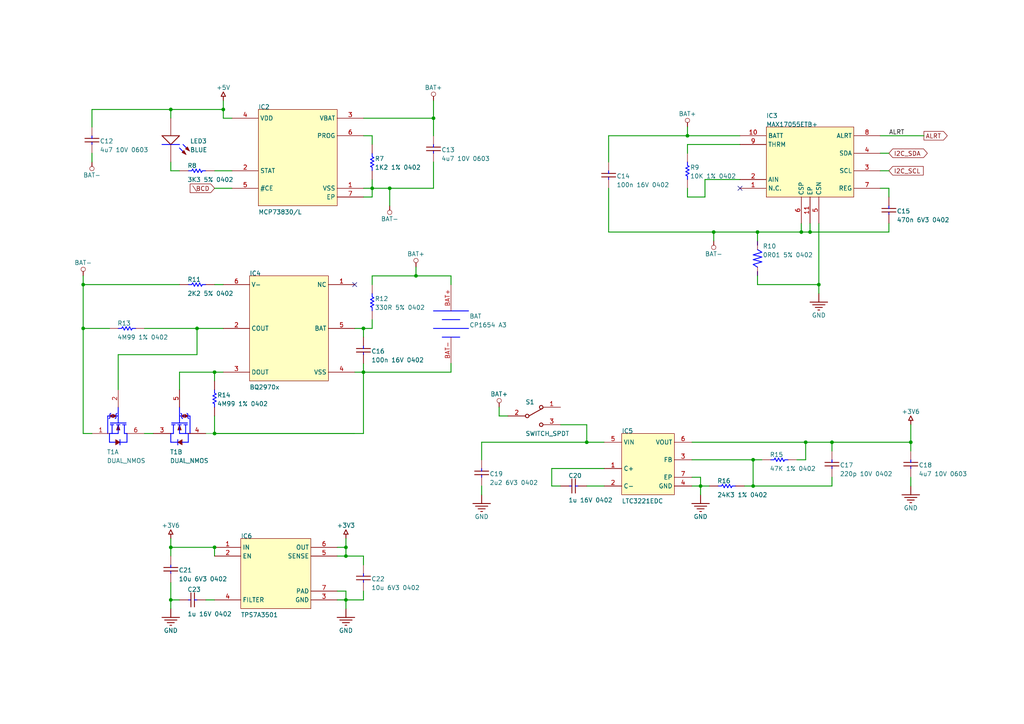
<source format=kicad_sch>
(kicad_sch (version 20230121) (generator eeschema)

  (uuid 32dbabf1-8039-41ca-b7c1-9d712586e1d2)

  (paper "A4")

  (lib_symbols
    (symbol "OpenAXES-altium-import:+3V3" (power) (in_bom yes) (on_board yes)
      (property "Reference" "#PWR" (at 0 0 0)
        (effects (font (size 1.27 1.27)))
      )
      (property "Value" "+3V3" (at 0 3.81 0)
        (effects (font (size 1.27 1.27)))
      )
      (property "Footprint" "" (at 0 0 0)
        (effects (font (size 1.27 1.27)) hide)
      )
      (property "Datasheet" "" (at 0 0 0)
        (effects (font (size 1.27 1.27)) hide)
      )
      (property "ki_keywords" "power-flag" (at 0 0 0)
        (effects (font (size 1.27 1.27)) hide)
      )
      (property "ki_description" "Power symbol creates a global label with name '+3V3'" (at 0 0 0)
        (effects (font (size 1.27 1.27)) hide)
      )
      (symbol "+3V3_0_0"
        (polyline
          (pts
            (xy 0 0)
            (xy 0 -1.27)
          )
          (stroke (width 0.254) (type solid))
          (fill (type none))
        )
        (polyline
          (pts
            (xy -0.635 -1.27)
            (xy 0.635 -1.27)
            (xy 0 -2.54)
            (xy -0.635 -1.27)
          )
          (stroke (width 0.254) (type solid))
          (fill (type none))
        )
        (pin power_in line (at 0 0 0) (length 0) hide
          (name "+3V3" (effects (font (size 1.27 1.27))))
          (number "" (effects (font (size 1.27 1.27))))
        )
      )
    )
    (symbol "OpenAXES-altium-import:+3V6" (power) (in_bom yes) (on_board yes)
      (property "Reference" "#PWR" (at 0 0 0)
        (effects (font (size 1.27 1.27)))
      )
      (property "Value" "+3V6" (at 0 3.81 0)
        (effects (font (size 1.27 1.27)))
      )
      (property "Footprint" "" (at 0 0 0)
        (effects (font (size 1.27 1.27)) hide)
      )
      (property "Datasheet" "" (at 0 0 0)
        (effects (font (size 1.27 1.27)) hide)
      )
      (property "ki_keywords" "power-flag" (at 0 0 0)
        (effects (font (size 1.27 1.27)) hide)
      )
      (property "ki_description" "Power symbol creates a global label with name '+3V6'" (at 0 0 0)
        (effects (font (size 1.27 1.27)) hide)
      )
      (symbol "+3V6_0_0"
        (polyline
          (pts
            (xy 0 0)
            (xy 0 -1.27)
          )
          (stroke (width 0.254) (type solid))
          (fill (type none))
        )
        (polyline
          (pts
            (xy -0.635 -1.27)
            (xy 0.635 -1.27)
            (xy 0 -2.54)
            (xy -0.635 -1.27)
          )
          (stroke (width 0.254) (type solid))
          (fill (type none))
        )
        (pin power_in line (at 0 0 0) (length 0) hide
          (name "+3V6" (effects (font (size 1.27 1.27))))
          (number "" (effects (font (size 1.27 1.27))))
        )
      )
    )
    (symbol "OpenAXES-altium-import:+5V" (power) (in_bom yes) (on_board yes)
      (property "Reference" "#PWR" (at 0 0 0)
        (effects (font (size 1.27 1.27)))
      )
      (property "Value" "+5V" (at 0 3.81 0)
        (effects (font (size 1.27 1.27)))
      )
      (property "Footprint" "" (at 0 0 0)
        (effects (font (size 1.27 1.27)) hide)
      )
      (property "Datasheet" "" (at 0 0 0)
        (effects (font (size 1.27 1.27)) hide)
      )
      (property "ki_keywords" "power-flag" (at 0 0 0)
        (effects (font (size 1.27 1.27)) hide)
      )
      (property "ki_description" "Power symbol creates a global label with name '+5V'" (at 0 0 0)
        (effects (font (size 1.27 1.27)) hide)
      )
      (symbol "+5V_0_0"
        (polyline
          (pts
            (xy 0 0)
            (xy 0 -1.27)
          )
          (stroke (width 0.254) (type solid))
          (fill (type none))
        )
        (polyline
          (pts
            (xy -0.635 -1.27)
            (xy 0.635 -1.27)
            (xy 0 -2.54)
            (xy -0.635 -1.27)
          )
          (stroke (width 0.254) (type solid))
          (fill (type none))
        )
        (pin power_in line (at 0 0 0) (length 0) hide
          (name "+5V" (effects (font (size 1.27 1.27))))
          (number "" (effects (font (size 1.27 1.27))))
        )
      )
    )
    (symbol "OpenAXES-altium-import:BAT+" (power) (in_bom yes) (on_board yes)
      (property "Reference" "#PWR" (at 0 0 0)
        (effects (font (size 1.27 1.27)))
      )
      (property "Value" "BAT+" (at 0 3.81 0)
        (effects (font (size 1.27 1.27)))
      )
      (property "Footprint" "" (at 0 0 0)
        (effects (font (size 1.27 1.27)) hide)
      )
      (property "Datasheet" "" (at 0 0 0)
        (effects (font (size 1.27 1.27)) hide)
      )
      (property "ki_keywords" "power-flag" (at 0 0 0)
        (effects (font (size 1.27 1.27)) hide)
      )
      (property "ki_description" "Power symbol creates a global label with name 'BAT+'" (at 0 0 0)
        (effects (font (size 1.27 1.27)) hide)
      )
      (symbol "BAT+_0_0"
        (circle (center 0 -1.905) (radius 0.635)
          (stroke (width 0.127) (type solid))
          (fill (type none))
        )
        (polyline
          (pts
            (xy 0 0)
            (xy 0 -1.27)
          )
          (stroke (width 0.254) (type solid))
          (fill (type none))
        )
        (pin power_in line (at 0 0 0) (length 0) hide
          (name "BAT+" (effects (font (size 1.27 1.27))))
          (number "" (effects (font (size 1.27 1.27))))
        )
      )
    )
    (symbol "OpenAXES-altium-import:BAT-" (power) (in_bom yes) (on_board yes)
      (property "Reference" "#PWR" (at 0 0 0)
        (effects (font (size 1.27 1.27)))
      )
      (property "Value" "BAT-" (at 0 3.81 0)
        (effects (font (size 1.27 1.27)))
      )
      (property "Footprint" "" (at 0 0 0)
        (effects (font (size 1.27 1.27)) hide)
      )
      (property "Datasheet" "" (at 0 0 0)
        (effects (font (size 1.27 1.27)) hide)
      )
      (property "ki_keywords" "power-flag" (at 0 0 0)
        (effects (font (size 1.27 1.27)) hide)
      )
      (property "ki_description" "Power symbol creates a global label with name 'BAT-'" (at 0 0 0)
        (effects (font (size 1.27 1.27)) hide)
      )
      (symbol "BAT-_0_0"
        (circle (center 0 -1.905) (radius 0.635)
          (stroke (width 0.127) (type solid))
          (fill (type none))
        )
        (polyline
          (pts
            (xy 0 0)
            (xy 0 -1.27)
          )
          (stroke (width 0.254) (type solid))
          (fill (type none))
        )
        (pin power_in line (at 0 0 0) (length 0) hide
          (name "BAT-" (effects (font (size 1.27 1.27))))
          (number "" (effects (font (size 1.27 1.27))))
        )
      )
    )
    (symbol "OpenAXES-altium-import:GND" (power) (in_bom yes) (on_board yes)
      (property "Reference" "#PWR" (at 0 0 0)
        (effects (font (size 1.27 1.27)))
      )
      (property "Value" "GND" (at 0 6.35 0)
        (effects (font (size 1.27 1.27)))
      )
      (property "Footprint" "" (at 0 0 0)
        (effects (font (size 1.27 1.27)) hide)
      )
      (property "Datasheet" "" (at 0 0 0)
        (effects (font (size 1.27 1.27)) hide)
      )
      (property "ki_keywords" "power-flag" (at 0 0 0)
        (effects (font (size 1.27 1.27)) hide)
      )
      (property "ki_description" "Power symbol creates a global label with name 'GND'" (at 0 0 0)
        (effects (font (size 1.27 1.27)) hide)
      )
      (symbol "GND_0_0"
        (polyline
          (pts
            (xy -2.54 -2.54)
            (xy 2.54 -2.54)
          )
          (stroke (width 0.254) (type solid))
          (fill (type none))
        )
        (polyline
          (pts
            (xy -1.778 -3.302)
            (xy 1.778 -3.302)
          )
          (stroke (width 0.254) (type solid))
          (fill (type none))
        )
        (polyline
          (pts
            (xy -1.016 -4.064)
            (xy 1.016 -4.064)
          )
          (stroke (width 0.254) (type solid))
          (fill (type none))
        )
        (polyline
          (pts
            (xy -0.254 -4.826)
            (xy 0.254 -4.826)
          )
          (stroke (width 0.254) (type solid))
          (fill (type none))
        )
        (polyline
          (pts
            (xy 0 0)
            (xy 0 -2.54)
          )
          (stroke (width 0.254) (type solid))
          (fill (type none))
        )
        (pin power_in line (at 0 0 0) (length 0) hide
          (name "GND" (effects (font (size 1.27 1.27))))
          (number "" (effects (font (size 1.27 1.27))))
        )
      )
    )
    (symbol "OpenAXES-altium-import:root_0_BQ2970x" (in_bom yes) (on_board yes)
      (property "Reference" "" (at 0 0 0)
        (effects (font (size 1.27 1.27)))
      )
      (property "Value" "" (at 0 0 0)
        (effects (font (size 1.27 1.27)))
      )
      (property "Footprint" "" (at 0 0 0)
        (effects (font (size 1.27 1.27)) hide)
      )
      (property "Datasheet" "" (at 0 0 0)
        (effects (font (size 1.27 1.27)) hide)
      )
      (property "ki_fp_filters" "SON50P150X80-6L" (at 0 0 0)
        (effects (font (size 1.27 1.27)) hide)
      )
      (symbol "root_0_BQ2970x_1_0"
        (rectangle (start 30.48 2.54) (end 7.62 -27.94)
          (stroke (width 0) (type solid))
          (fill (type background))
        )
        (pin passive line (at 38.1 0 180) (length 7.62)
          (name "NC" (effects (font (size 1.27 1.27))))
          (number "1" (effects (font (size 1.27 1.27))))
        )
        (pin output line (at 0 -12.7 0) (length 7.62)
          (name "COUT" (effects (font (size 1.27 1.27))))
          (number "2" (effects (font (size 1.27 1.27))))
        )
        (pin output line (at 0 -25.4 0) (length 7.62)
          (name "DOUT" (effects (font (size 1.27 1.27))))
          (number "3" (effects (font (size 1.27 1.27))))
        )
        (pin power_in line (at 38.1 -25.4 180) (length 7.62)
          (name "VSS" (effects (font (size 1.27 1.27))))
          (number "4" (effects (font (size 1.27 1.27))))
        )
        (pin power_in line (at 38.1 -12.7 180) (length 7.62)
          (name "BAT" (effects (font (size 1.27 1.27))))
          (number "5" (effects (font (size 1.27 1.27))))
        )
        (pin bidirectional line (at 0 0 0) (length 7.62)
          (name "V-" (effects (font (size 1.27 1.27))))
          (number "6" (effects (font (size 1.27 1.27))))
        )
      )
    )
    (symbol "OpenAXES-altium-import:root_0_LT-LTC3221-DC6-6_B" (in_bom yes) (on_board yes)
      (property "Reference" "" (at 0 0 0)
        (effects (font (size 1.27 1.27)))
      )
      (property "Value" "" (at 0 0 0)
        (effects (font (size 1.27 1.27)))
      )
      (property "Footprint" "" (at 0 0 0)
        (effects (font (size 1.27 1.27)) hide)
      )
      (property "Datasheet" "" (at 0 0 0)
        (effects (font (size 1.27 1.27)) hide)
      )
      (property "ki_description" "Micropower, Regulated Charge Pump, 1.8 to 5.5 V Vin, Adjustable Vout, 6-pin SON (DC6-6), -40 to 85 degC" (at 0 0 0)
        (effects (font (size 1.27 1.27)) hide)
      )
      (property "ki_fp_filters" "LT-DC6-6_V" (at 0 0 0)
        (effects (font (size 1.27 1.27)) hide)
      )
      (symbol "root_0_LT-LTC3221-DC6-6_B_1_0"
        (rectangle (start 15.24 0) (end 0 -17.78)
          (stroke (width 0) (type solid))
          (fill (type background))
        )
        (pin passive line (at -5.08 -10.16 0) (length 5.08)
          (name "C+" (effects (font (size 1.27 1.27))))
          (number "1" (effects (font (size 1.27 1.27))))
        )
        (pin passive line (at -5.08 -15.24 0) (length 5.08)
          (name "C-" (effects (font (size 1.27 1.27))))
          (number "2" (effects (font (size 1.27 1.27))))
        )
        (pin input line (at 20.32 -7.62 180) (length 5.08)
          (name "FB" (effects (font (size 1.27 1.27))))
          (number "3" (effects (font (size 1.27 1.27))))
        )
        (pin power_in line (at 20.32 -15.24 180) (length 5.08)
          (name "GND" (effects (font (size 1.27 1.27))))
          (number "4" (effects (font (size 1.27 1.27))))
        )
        (pin power_in line (at -5.08 -2.54 0) (length 5.08)
          (name "VIN" (effects (font (size 1.27 1.27))))
          (number "5" (effects (font (size 1.27 1.27))))
        )
        (pin power_in line (at 20.32 -2.54 180) (length 5.08)
          (name "VOUT" (effects (font (size 1.27 1.27))))
          (number "6" (effects (font (size 1.27 1.27))))
        )
        (pin power_in line (at 20.32 -12.7 180) (length 5.08)
          (name "EP" (effects (font (size 1.27 1.27))))
          (number "7" (effects (font (size 1.27 1.27))))
        )
      )
    )
    (symbol "OpenAXES-altium-import:root_0_MAX17055ETB+" (in_bom yes) (on_board yes)
      (property "Reference" "" (at 0 0 0)
        (effects (font (size 1.27 1.27)))
      )
      (property "Value" "" (at 0 0 0)
        (effects (font (size 1.27 1.27)))
      )
      (property "Footprint" "" (at 0 0 0)
        (effects (font (size 1.27 1.27)) hide)
      )
      (property "Datasheet" "" (at 0 0 0)
        (effects (font (size 1.27 1.27)) hide)
      )
      (property "ki_fp_filters" "PSON40P250X80_HS-11L" (at 0 0 0)
        (effects (font (size 1.27 1.27)) hide)
      )
      (symbol "root_0_MAX17055ETB+_1_0"
        (rectangle (start 33.02 0) (end 7.62 -20.32)
          (stroke (width 0) (type solid))
          (fill (type background))
        )
        (pin passive line (at 0 -17.78 0) (length 7.62)
          (name "N.C." (effects (font (size 1.27 1.27))))
          (number "1" (effects (font (size 1.27 1.27))))
        )
        (pin power_in line (at 0 -2.54 0) (length 7.62)
          (name "BATT" (effects (font (size 1.27 1.27))))
          (number "10" (effects (font (size 1.27 1.27))))
        )
        (pin power_in line (at 20.32 -27.94 90) (length 7.62)
          (name "EP" (effects (font (size 1.27 1.27))))
          (number "11" (effects (font (size 1.27 1.27))))
        )
        (pin input line (at 0 -15.24 0) (length 7.62)
          (name "AIN" (effects (font (size 1.27 1.27))))
          (number "2" (effects (font (size 1.27 1.27))))
        )
        (pin input line (at 40.64 -12.7 180) (length 7.62)
          (name "SCL" (effects (font (size 1.27 1.27))))
          (number "3" (effects (font (size 1.27 1.27))))
        )
        (pin bidirectional line (at 40.64 -7.62 180) (length 7.62)
          (name "SDA" (effects (font (size 1.27 1.27))))
          (number "4" (effects (font (size 1.27 1.27))))
        )
        (pin input line (at 22.86 -27.94 90) (length 7.62)
          (name "CSN" (effects (font (size 1.27 1.27))))
          (number "5" (effects (font (size 1.27 1.27))))
        )
        (pin input line (at 17.78 -27.94 90) (length 7.62)
          (name "CSP" (effects (font (size 1.27 1.27))))
          (number "6" (effects (font (size 1.27 1.27))))
        )
        (pin output line (at 40.64 -17.78 180) (length 7.62)
          (name "REG" (effects (font (size 1.27 1.27))))
          (number "7" (effects (font (size 1.27 1.27))))
        )
        (pin output line (at 40.64 -2.54 180) (length 7.62)
          (name "ALRT" (effects (font (size 1.27 1.27))))
          (number "8" (effects (font (size 1.27 1.27))))
        )
        (pin passive line (at 0 -5.08 0) (length 7.62)
          (name "THRM" (effects (font (size 1.27 1.27))))
          (number "9" (effects (font (size 1.27 1.27))))
        )
      )
    )
    (symbol "OpenAXES-altium-import:root_0_MCP73830/L" (in_bom yes) (on_board yes)
      (property "Reference" "" (at 0 0 0)
        (effects (font (size 1.27 1.27)))
      )
      (property "Value" "" (at 0 0 0)
        (effects (font (size 1.27 1.27)))
      )
      (property "Footprint" "" (at 0 0 0)
        (effects (font (size 1.27 1.27)) hide)
      )
      (property "Datasheet" "" (at 0 0 0)
        (effects (font (size 1.27 1.27)) hide)
      )
      (property "ki_fp_filters" "PSON50P200X80_HS-7L" (at 0 0 0)
        (effects (font (size 1.27 1.27)) hide)
      )
      (symbol "root_0_MCP73830/L_1_0"
        (rectangle (start 30.48 2.54) (end 7.62 -25.4)
          (stroke (width 0) (type solid))
          (fill (type background))
        )
        (pin power_in line (at 38.1 -20.32 180) (length 7.62)
          (name "VSS" (effects (font (size 1.27 1.27))))
          (number "1" (effects (font (size 1.27 1.27))))
        )
        (pin output line (at 0 -15.24 0) (length 7.62)
          (name "STAT" (effects (font (size 1.27 1.27))))
          (number "2" (effects (font (size 1.27 1.27))))
        )
        (pin power_in line (at 38.1 0 180) (length 7.62)
          (name "VBAT" (effects (font (size 1.27 1.27))))
          (number "3" (effects (font (size 1.27 1.27))))
        )
        (pin power_in line (at 0 0 0) (length 7.62)
          (name "VDD" (effects (font (size 1.27 1.27))))
          (number "4" (effects (font (size 1.27 1.27))))
        )
        (pin input line (at 0 -20.32 0) (length 7.62)
          (name "#CE" (effects (font (size 1.27 1.27))))
          (number "5" (effects (font (size 1.27 1.27))))
        )
        (pin passive line (at 38.1 -5.08 180) (length 7.62)
          (name "PROG" (effects (font (size 1.27 1.27))))
          (number "6" (effects (font (size 1.27 1.27))))
        )
        (pin power_in line (at 38.1 -22.86 180) (length 7.62)
          (name "EP" (effects (font (size 1.27 1.27))))
          (number "7" (effects (font (size 1.27 1.27))))
        )
      )
    )
    (symbol "OpenAXES-altium-import:root_0_RES" (in_bom yes) (on_board yes)
      (property "Reference" "" (at 0 0 0)
        (effects (font (size 1.27 1.27)))
      )
      (property "Value" "" (at 0 0 0)
        (effects (font (size 1.27 1.27)))
      )
      (property "Footprint" "" (at 0 0 0)
        (effects (font (size 1.27 1.27)) hide)
      )
      (property "Datasheet" "" (at 0 0 0)
        (effects (font (size 1.27 1.27)) hide)
      )
      (property "ki_description" "3K3 0.063W 5% 0402 (1005 Metric)  SMD" (at 0 0 0)
        (effects (font (size 1.27 1.27)) hide)
      )
      (property "ki_fp_filters" "RESC0402(1005)_L" (at 0 0 0)
        (effects (font (size 1.27 1.27)) hide)
      )
      (symbol "root_0_RES_1_0"
        (polyline
          (pts
            (xy 5.08 -2.54)
            (xy 4.064 -2.54)
            (xy 3.81 -3.048)
            (xy 3.302 -2.032)
            (xy 2.794 -3.048)
            (xy 2.286 -2.032)
            (xy 1.778 -3.048)
            (xy 1.27 -2.032)
            (xy 1.016 -2.54)
            (xy 0 -2.54)
          )
          (stroke (width 0.254) (type solid) (color 0 0 255 1))
          (fill (type none))
        )
        (pin passive line (at -2.54 -2.54 0) (length 2.54)
          (name "1" (effects (font (size 0 0))))
          (number "1" (effects (font (size 0 0))))
        )
        (pin passive line (at 7.62 -2.54 180) (length 2.54)
          (name "2" (effects (font (size 0 0))))
          (number "2" (effects (font (size 0 0))))
        )
      )
    )
    (symbol "OpenAXES-altium-import:root_0_SWITCH_SPDT" (in_bom yes) (on_board yes)
      (property "Reference" "" (at 0 0 0)
        (effects (font (size 1.27 1.27)))
      )
      (property "Value" "" (at 0 0 0)
        (effects (font (size 1.27 1.27)))
      )
      (property "Footprint" "" (at 0 0 0)
        (effects (font (size 1.27 1.27)) hide)
      )
      (property "Datasheet" "" (at 0 0 0)
        (effects (font (size 1.27 1.27)) hide)
      )
      (property "ki_fp_filters" "SSSS810701_MODIFIED" (at 0 0 0)
        (effects (font (size 1.27 1.27)) hide)
      )
      (symbol "root_0_SWITCH_SPDT_1_0"
        (circle (center -2.032 0) (radius 0.508)
          (stroke (width 0.254) (type solid))
          (fill (type none))
        )
        (polyline
          (pts
            (xy -1.524 0)
            (xy 2.54 2.286)
          )
          (stroke (width 0.254) (type solid))
          (fill (type none))
        )
        (circle (center 2.032 -2.54) (radius 0.508)
          (stroke (width 0.254) (type solid))
          (fill (type none))
        )
        (circle (center 2.032 2.54) (radius 0.508)
          (stroke (width 0.254) (type solid))
          (fill (type none))
        )
        (pin passive line (at 7.62 2.54 180) (length 5.08)
          (name "2" (effects (font (size 0 0))))
          (number "1" (effects (font (size 1.27 1.27))))
        )
        (pin passive line (at -7.62 0 0) (length 5.08)
          (name "2" (effects (font (size 0 0))))
          (number "2" (effects (font (size 1.27 1.27))))
        )
        (pin passive line (at 7.62 -2.54 180) (length 5.08)
          (name "3" (effects (font (size 0 0))))
          (number "3" (effects (font (size 1.27 1.27))))
        )
      )
    )
    (symbol "OpenAXES-altium-import:root_0_TPS7A3501" (in_bom yes) (on_board yes)
      (property "Reference" "" (at 0 0 0)
        (effects (font (size 1.27 1.27)))
      )
      (property "Value" "" (at 0 0 0)
        (effects (font (size 1.27 1.27)))
      )
      (property "Footprint" "" (at 0 0 0)
        (effects (font (size 1.27 1.27)) hide)
      )
      (property "Datasheet" "" (at 0 0 0)
        (effects (font (size 1.27 1.27)) hide)
      )
      (property "ki_fp_filters" "PSON65P200X80_HS-7L" (at 0 0 0)
        (effects (font (size 1.27 1.27)) hide)
      )
      (symbol "root_0_TPS7A3501_1_0"
        (rectangle (start 27.94 0) (end 7.62 -20.32)
          (stroke (width 0) (type solid))
          (fill (type background))
        )
        (pin power_in line (at 0 -2.54 0) (length 7.62)
          (name "IN" (effects (font (size 1.27 1.27))))
          (number "1" (effects (font (size 1.27 1.27))))
        )
        (pin input line (at 0 -5.08 0) (length 7.62)
          (name "EN" (effects (font (size 1.27 1.27))))
          (number "2" (effects (font (size 1.27 1.27))))
        )
        (pin power_in line (at 35.56 -17.78 180) (length 7.62)
          (name "GND" (effects (font (size 1.27 1.27))))
          (number "3" (effects (font (size 1.27 1.27))))
        )
        (pin passive line (at 0 -17.78 0) (length 7.62)
          (name "FILTER" (effects (font (size 1.27 1.27))))
          (number "4" (effects (font (size 1.27 1.27))))
        )
        (pin power_in line (at 35.56 -5.08 180) (length 7.62)
          (name "SENSE" (effects (font (size 1.27 1.27))))
          (number "5" (effects (font (size 1.27 1.27))))
        )
        (pin power_in line (at 35.56 -2.54 180) (length 7.62)
          (name "OUT" (effects (font (size 1.27 1.27))))
          (number "6" (effects (font (size 1.27 1.27))))
        )
        (pin power_in line (at 35.56 -15.24 180) (length 7.62)
          (name "PAD" (effects (font (size 1.27 1.27))))
          (number "7" (effects (font (size 1.27 1.27))))
        )
      )
    )
    (symbol "OpenAXES-altium-import:root_1_CAP" (in_bom yes) (on_board yes)
      (property "Reference" "" (at 0 0 0)
        (effects (font (size 1.27 1.27)))
      )
      (property "Value" "" (at 0 0 0)
        (effects (font (size 1.27 1.27)))
      )
      (property "Footprint" "" (at 0 0 0)
        (effects (font (size 1.27 1.27)) hide)
      )
      (property "Datasheet" "" (at 0 0 0)
        (effects (font (size 1.27 1.27)) hide)
      )
      (property "ki_description" "CAP 4.7uF 10V ±20% 0603 (1608 Metric) Thickness 1mm SMD" (at 0 0 0)
        (effects (font (size 1.27 1.27)) hide)
      )
      (property "ki_fp_filters" "CAPC0603(1608)100_L" (at 0 0 0)
        (effects (font (size 1.27 1.27)) hide)
      )
      (symbol "root_1_CAP_1_0"
        (polyline
          (pts
            (xy 0.508 1.778)
            (xy 4.572 1.778)
          )
          (stroke (width 0.254) (type solid))
          (fill (type none))
        )
        (polyline
          (pts
            (xy 2.54 0)
            (xy 2.54 0.762)
          )
          (stroke (width 0.254) (type solid) (color 0 0 255 1))
          (fill (type none))
        )
        (polyline
          (pts
            (xy 2.54 2.54)
            (xy 2.54 1.778)
          )
          (stroke (width 0.254) (type solid) (color 0 0 255 1))
          (fill (type none))
        )
        (polyline
          (pts
            (xy 4.572 0.762)
            (xy 0.508 0.762)
          )
          (stroke (width 0.254) (type solid))
          (fill (type none))
        )
        (pin passive line (at 2.54 -2.54 90) (length 2.54)
          (name "1" (effects (font (size 0 0))))
          (number "1" (effects (font (size 0 0))))
        )
        (pin passive line (at 2.54 5.08 270) (length 2.54)
          (name "2" (effects (font (size 0 0))))
          (number "2" (effects (font (size 0 0))))
        )
      )
    )
    (symbol "OpenAXES-altium-import:root_1_RES" (in_bom yes) (on_board yes)
      (property "Reference" "" (at 0 0 0)
        (effects (font (size 1.27 1.27)))
      )
      (property "Value" "" (at 0 0 0)
        (effects (font (size 1.27 1.27)))
      )
      (property "Footprint" "" (at 0 0 0)
        (effects (font (size 1.27 1.27)) hide)
      )
      (property "Datasheet" "" (at 0 0 0)
        (effects (font (size 1.27 1.27)) hide)
      )
      (property "ki_description" "10K 0.063W 1% 0402 (1005 Metric)  SMD" (at 0 0 0)
        (effects (font (size 1.27 1.27)) hide)
      )
      (property "ki_fp_filters" "RESC0402(1005)_L" (at 0 0 0)
        (effects (font (size 1.27 1.27)) hide)
      )
      (symbol "root_1_RES_1_0"
        (polyline
          (pts
            (xy 2.54 5.08)
            (xy 2.54 4.064)
            (xy 3.048 3.81)
            (xy 2.032 3.302)
            (xy 3.048 2.794)
            (xy 2.032 2.286)
            (xy 3.048 1.778)
            (xy 2.032 1.27)
            (xy 2.54 1.016)
            (xy 2.54 0)
          )
          (stroke (width 0.254) (type solid) (color 0 0 255 1))
          (fill (type none))
        )
        (pin passive line (at 2.54 -2.54 90) (length 2.54)
          (name "1" (effects (font (size 0 0))))
          (number "1" (effects (font (size 0 0))))
        )
        (pin passive line (at 2.54 7.62 270) (length 2.54)
          (name "2" (effects (font (size 0 0))))
          (number "2" (effects (font (size 0 0))))
        )
      )
    )
    (symbol "OpenAXES-altium-import:root_2_CAP" (in_bom yes) (on_board yes)
      (property "Reference" "" (at 0 0 0)
        (effects (font (size 1.27 1.27)))
      )
      (property "Value" "" (at 0 0 0)
        (effects (font (size 1.27 1.27)))
      )
      (property "Footprint" "" (at 0 0 0)
        (effects (font (size 1.27 1.27)) hide)
      )
      (property "Datasheet" "" (at 0 0 0)
        (effects (font (size 1.27 1.27)) hide)
      )
      (property "ki_description" "CAP 1uF 16V ±10% 0402 (1005 Metric) Thickness 0.6mm SMD" (at 0 0 0)
        (effects (font (size 1.27 1.27)) hide)
      )
      (property "ki_fp_filters" "CAPC0402(1005)60_L" (at 0 0 0)
        (effects (font (size 1.27 1.27)) hide)
      )
      (symbol "root_2_CAP_1_0"
        (polyline
          (pts
            (xy -2.54 2.54)
            (xy -1.778 2.54)
          )
          (stroke (width 0.254) (type solid) (color 0 0 255 1))
          (fill (type none))
        )
        (polyline
          (pts
            (xy -1.778 0.508)
            (xy -1.778 4.572)
          )
          (stroke (width 0.254) (type solid))
          (fill (type none))
        )
        (polyline
          (pts
            (xy -0.762 4.572)
            (xy -0.762 0.508)
          )
          (stroke (width 0.254) (type solid))
          (fill (type none))
        )
        (polyline
          (pts
            (xy 0 2.54)
            (xy -0.762 2.54)
          )
          (stroke (width 0.254) (type solid) (color 0 0 255 1))
          (fill (type none))
        )
        (pin passive line (at 2.54 2.54 180) (length 2.54)
          (name "1" (effects (font (size 0 0))))
          (number "1" (effects (font (size 0 0))))
        )
        (pin passive line (at -5.08 2.54 0) (length 2.54)
          (name "2" (effects (font (size 0 0))))
          (number "2" (effects (font (size 0 0))))
        )
      )
    )
    (symbol "OpenAXES-altium-import:root_3_Battery" (in_bom yes) (on_board yes)
      (property "Reference" "" (at 0 0 0)
        (effects (font (size 1.27 1.27)))
      )
      (property "Value" "" (at 0 0 0)
        (effects (font (size 1.27 1.27)))
      )
      (property "Footprint" "" (at 0 0 0)
        (effects (font (size 1.27 1.27)) hide)
      )
      (property "Datasheet" "" (at 0 0 0)
        (effects (font (size 1.27 1.27)) hide)
      )
      (property "ki_fp_filters" "CP1654" (at 0 0 0)
        (effects (font (size 1.27 1.27)) hide)
      )
      (symbol "root_3_Battery_1_0"
        (polyline
          (pts
            (xy -5.08 -12.7)
            (xy 5.08 -12.7)
          )
          (stroke (width 0.254) (type solid) (color 0 0 255 1))
          (fill (type none))
        )
        (polyline
          (pts
            (xy -5.08 -7.62)
            (xy 5.08 -7.62)
          )
          (stroke (width 0.254) (type solid) (color 0 0 255 1))
          (fill (type none))
        )
        (polyline
          (pts
            (xy -2.54 -15.24)
            (xy 2.54 -15.24)
          )
          (stroke (width 0.254) (type solid) (color 0 0 255 1))
          (fill (type none))
        )
        (polyline
          (pts
            (xy -2.54 -10.16)
            (xy 2.54 -10.16)
          )
          (stroke (width 0.254) (type solid) (color 0 0 255 1))
          (fill (type none))
        )
        (pin passive line (at 0 0 270) (length 7.62)
          (name "BAT+" (effects (font (size 0 0))))
          (number "BAT+" (effects (font (size 1.27 1.27))))
        )
        (pin passive line (at 0 -22.86 90) (length 7.62)
          (name "BAT-" (effects (font (size 0 0))))
          (number "BAT-" (effects (font (size 1.27 1.27))))
        )
      )
    )
    (symbol "OpenAXES-altium-import:root_3_DUAL_NMOS" (in_bom yes) (on_board yes)
      (property "Reference" "" (at 0 0 0)
        (effects (font (size 1.27 1.27)))
      )
      (property "Value" "" (at 0 0 0)
        (effects (font (size 1.27 1.27)))
      )
      (property "Footprint" "" (at 0 0 0)
        (effects (font (size 1.27 1.27)) hide)
      )
      (property "Datasheet" "" (at 0 0 0)
        (effects (font (size 1.27 1.27)) hide)
      )
      (property "ki_fp_filters" "WDFN6{space}2x2,{space}0.65P" (at 0 0 0)
        (effects (font (size 1.27 1.27)) hide)
      )
      (symbol "root_3_DUAL_NMOS_1_0"
        (polyline
          (pts
            (xy -10.668 -7.62)
            (xy -10.668 -12.7)
          )
          (stroke (width 0.254) (type solid) (color 0 0 255 1))
          (fill (type none))
        )
        (polyline
          (pts
            (xy -10.16 -15.24)
            (xy -8.382 -15.24)
          )
          (stroke (width 0.254) (type solid) (color 0 0 255 1))
          (fill (type none))
        )
        (polyline
          (pts
            (xy -10.16 -12.7)
            (xy -10.16 -15.24)
          )
          (stroke (width 0.254) (type solid) (color 0 0 255 1))
          (fill (type none))
        )
        (polyline
          (pts
            (xy -10.16 -7.62)
            (xy -10.668 -7.62)
          )
          (stroke (width 0.254) (type solid) (color 0 0 255 1))
          (fill (type none))
        )
        (polyline
          (pts
            (xy -10.033 -8.128)
            (xy -10.287 -8.382)
          )
          (stroke (width 0.254) (type solid) (color 0 0 255 1))
          (fill (type none))
        )
        (polyline
          (pts
            (xy -10.033 -7.112)
            (xy -10.033 -8.128)
          )
          (stroke (width 0.254) (type solid) (color 0 0 255 1))
          (fill (type none))
        )
        (polyline
          (pts
            (xy -10.033 -7.112)
            (xy -9.779 -6.858)
          )
          (stroke (width 0.254) (type solid) (color 0 0 255 1))
          (fill (type none))
        )
        (polyline
          (pts
            (xy -9.906 -10.16)
            (xy -8.89 -10.16)
          )
          (stroke (width 0.254) (type solid) (color 0 0 255 1))
          (fill (type none))
        )
        (polyline
          (pts
            (xy -9.398 -12.7)
            (xy -9.398 -10.16)
          )
          (stroke (width 0.254) (type solid) (color 0 0 255 1))
          (fill (type none))
        )
        (polyline
          (pts
            (xy -8.89 -7.62)
            (xy -9.398 -7.62)
          )
          (stroke (width 0.254) (type solid) (color 0 0 255 1))
          (fill (type none))
        )
        (polyline
          (pts
            (xy -8.255 -8.128)
            (xy -8.509 -8.382)
          )
          (stroke (width 0.254) (type solid) (color 0 0 255 1))
          (fill (type none))
        )
        (polyline
          (pts
            (xy -8.255 -7.62)
            (xy -7.747 -7.62)
          )
          (stroke (width 0.254) (type solid) (color 0 0 255 1))
          (fill (type none))
        )
        (polyline
          (pts
            (xy -8.255 -7.112)
            (xy -8.255 -8.128)
          )
          (stroke (width 0.254) (type solid) (color 0 0 255 1))
          (fill (type none))
        )
        (polyline
          (pts
            (xy -8.255 -7.112)
            (xy -8.001 -6.858)
          )
          (stroke (width 0.254) (type solid) (color 0 0 255 1))
          (fill (type none))
        )
        (polyline
          (pts
            (xy -8.128 -10.16)
            (xy -7.112 -10.16)
          )
          (stroke (width 0.254) (type solid) (color 0 0 255 1))
          (fill (type none))
        )
        (polyline
          (pts
            (xy -7.62 -12.7)
            (xy -10.16 -12.7)
          )
          (stroke (width 0.254) (type solid) (color 0 0 255 1))
          (fill (type none))
        )
        (polyline
          (pts
            (xy -7.62 -12.7)
            (xy -7.62 -10.16)
          )
          (stroke (width 0.254) (type solid) (color 0 0 255 1))
          (fill (type none))
        )
        (polyline
          (pts
            (xy -7.62 -5.08)
            (xy -7.62 -9.652)
          )
          (stroke (width 0.254) (type solid) (color 0 0 255 1))
          (fill (type none))
        )
        (polyline
          (pts
            (xy -7.112 -14.478)
            (xy -7.112 -16.002)
          )
          (stroke (width 0.254) (type solid) (color 0 0 255 1))
          (fill (type none))
        )
        (polyline
          (pts
            (xy -5.842 -12.7)
            (xy -5.842 -10.16)
          )
          (stroke (width 0.254) (type solid) (color 0 0 255 1))
          (fill (type none))
        )
        (polyline
          (pts
            (xy -5.842 -12.7)
            (xy -5.08 -12.7)
          )
          (stroke (width 0.254) (type solid) (color 0 0 255 1))
          (fill (type none))
        )
        (polyline
          (pts
            (xy -5.334 -10.16)
            (xy -6.35 -10.16)
          )
          (stroke (width 0.254) (type solid) (color 0 0 255 1))
          (fill (type none))
        )
        (polyline
          (pts
            (xy -5.334 -9.652)
            (xy -9.906 -9.652)
          )
          (stroke (width 0.254) (type solid) (color 0 0 255 1))
          (fill (type none))
        )
        (polyline
          (pts
            (xy -5.08 -15.24)
            (xy -7.112 -15.24)
          )
          (stroke (width 0.254) (type solid) (color 0 0 255 1))
          (fill (type none))
        )
        (polyline
          (pts
            (xy -5.08 -12.7)
            (xy -5.08 -15.24)
          )
          (stroke (width 0.254) (type solid) (color 0 0 255 1))
          (fill (type none))
        )
        (polyline
          (pts
            (xy -10.033 -7.62)
            (xy -9.271 -7.112)
            (xy -9.271 -8.128)
            (xy -10.033 -7.62)
          )
          (stroke (width 0) (type solid))
          (fill (type outline))
        )
        (polyline
          (pts
            (xy -8.255 -7.62)
            (xy -9.017 -8.128)
            (xy -9.017 -7.112)
            (xy -8.255 -7.62)
          )
          (stroke (width 0) (type solid))
          (fill (type outline))
        )
        (polyline
          (pts
            (xy -7.62 -10.16)
            (xy -8.128 -11.684)
            (xy -7.112 -11.684)
            (xy -7.62 -10.16)
          )
          (stroke (width 0) (type solid))
          (fill (type outline))
        )
        (polyline
          (pts
            (xy -7.112 -15.24)
            (xy -8.382 -14.478)
            (xy -8.382 -16.002)
            (xy -7.112 -15.24)
          )
          (stroke (width 0) (type solid))
          (fill (type outline))
        )
        (pin passive line (at -15.24 -12.7 0) (length 5.08)
          (name "S1" (effects (font (size 0 0))))
          (number "1" (effects (font (size 1.27 1.27))))
        )
        (pin passive line (at -7.62 0 270) (length 5.08)
          (name "G1" (effects (font (size 0 0))))
          (number "2" (effects (font (size 1.27 1.27))))
        )
        (pin passive line (at 0 -12.7 180) (length 5.08)
          (name "D1" (effects (font (size 0 0))))
          (number "6" (effects (font (size 1.27 1.27))))
        )
      )
      (symbol "root_3_DUAL_NMOS_2_0"
        (polyline
          (pts
            (xy -10.668 -7.62)
            (xy -10.668 -12.7)
          )
          (stroke (width 0.254) (type solid) (color 0 0 255 1))
          (fill (type none))
        )
        (polyline
          (pts
            (xy -10.16 -15.24)
            (xy -8.382 -15.24)
          )
          (stroke (width 0.254) (type solid) (color 0 0 255 1))
          (fill (type none))
        )
        (polyline
          (pts
            (xy -10.16 -12.7)
            (xy -10.16 -15.24)
          )
          (stroke (width 0.254) (type solid) (color 0 0 255 1))
          (fill (type none))
        )
        (polyline
          (pts
            (xy -10.16 -7.62)
            (xy -10.668 -7.62)
          )
          (stroke (width 0.254) (type solid) (color 0 0 255 1))
          (fill (type none))
        )
        (polyline
          (pts
            (xy -10.033 -8.128)
            (xy -10.287 -8.382)
          )
          (stroke (width 0.254) (type solid) (color 0 0 255 1))
          (fill (type none))
        )
        (polyline
          (pts
            (xy -10.033 -7.112)
            (xy -10.033 -8.128)
          )
          (stroke (width 0.254) (type solid) (color 0 0 255 1))
          (fill (type none))
        )
        (polyline
          (pts
            (xy -10.033 -7.112)
            (xy -9.779 -6.858)
          )
          (stroke (width 0.254) (type solid) (color 0 0 255 1))
          (fill (type none))
        )
        (polyline
          (pts
            (xy -9.906 -10.16)
            (xy -8.89 -10.16)
          )
          (stroke (width 0.254) (type solid) (color 0 0 255 1))
          (fill (type none))
        )
        (polyline
          (pts
            (xy -9.398 -12.7)
            (xy -9.398 -10.16)
          )
          (stroke (width 0.254) (type solid) (color 0 0 255 1))
          (fill (type none))
        )
        (polyline
          (pts
            (xy -8.89 -7.62)
            (xy -9.398 -7.62)
          )
          (stroke (width 0.254) (type solid) (color 0 0 255 1))
          (fill (type none))
        )
        (polyline
          (pts
            (xy -8.255 -8.128)
            (xy -8.509 -8.382)
          )
          (stroke (width 0.254) (type solid) (color 0 0 255 1))
          (fill (type none))
        )
        (polyline
          (pts
            (xy -8.255 -7.62)
            (xy -7.747 -7.62)
          )
          (stroke (width 0.254) (type solid) (color 0 0 255 1))
          (fill (type none))
        )
        (polyline
          (pts
            (xy -8.255 -7.112)
            (xy -8.255 -8.128)
          )
          (stroke (width 0.254) (type solid) (color 0 0 255 1))
          (fill (type none))
        )
        (polyline
          (pts
            (xy -8.255 -7.112)
            (xy -8.001 -6.858)
          )
          (stroke (width 0.254) (type solid) (color 0 0 255 1))
          (fill (type none))
        )
        (polyline
          (pts
            (xy -8.128 -10.16)
            (xy -7.112 -10.16)
          )
          (stroke (width 0.254) (type solid) (color 0 0 255 1))
          (fill (type none))
        )
        (polyline
          (pts
            (xy -7.62 -12.7)
            (xy -10.16 -12.7)
          )
          (stroke (width 0.254) (type solid) (color 0 0 255 1))
          (fill (type none))
        )
        (polyline
          (pts
            (xy -7.62 -12.7)
            (xy -7.62 -10.16)
          )
          (stroke (width 0.254) (type solid) (color 0 0 255 1))
          (fill (type none))
        )
        (polyline
          (pts
            (xy -7.62 -5.08)
            (xy -7.62 -9.652)
          )
          (stroke (width 0.254) (type solid) (color 0 0 255 1))
          (fill (type none))
        )
        (polyline
          (pts
            (xy -7.112 -14.478)
            (xy -7.112 -16.002)
          )
          (stroke (width 0.254) (type solid) (color 0 0 255 1))
          (fill (type none))
        )
        (polyline
          (pts
            (xy -5.842 -12.7)
            (xy -5.842 -10.16)
          )
          (stroke (width 0.254) (type solid) (color 0 0 255 1))
          (fill (type none))
        )
        (polyline
          (pts
            (xy -5.842 -12.7)
            (xy -5.08 -12.7)
          )
          (stroke (width 0.254) (type solid) (color 0 0 255 1))
          (fill (type none))
        )
        (polyline
          (pts
            (xy -5.334 -10.16)
            (xy -6.35 -10.16)
          )
          (stroke (width 0.254) (type solid) (color 0 0 255 1))
          (fill (type none))
        )
        (polyline
          (pts
            (xy -5.334 -9.652)
            (xy -9.906 -9.652)
          )
          (stroke (width 0.254) (type solid) (color 0 0 255 1))
          (fill (type none))
        )
        (polyline
          (pts
            (xy -5.08 -15.24)
            (xy -7.112 -15.24)
          )
          (stroke (width 0.254) (type solid) (color 0 0 255 1))
          (fill (type none))
        )
        (polyline
          (pts
            (xy -5.08 -12.7)
            (xy -5.08 -15.24)
          )
          (stroke (width 0.254) (type solid) (color 0 0 255 1))
          (fill (type none))
        )
        (polyline
          (pts
            (xy -10.033 -7.62)
            (xy -9.271 -7.112)
            (xy -9.271 -8.128)
            (xy -10.033 -7.62)
          )
          (stroke (width 0) (type solid))
          (fill (type outline))
        )
        (polyline
          (pts
            (xy -8.255 -7.62)
            (xy -9.017 -8.128)
            (xy -9.017 -7.112)
            (xy -8.255 -7.62)
          )
          (stroke (width 0) (type solid))
          (fill (type outline))
        )
        (polyline
          (pts
            (xy -7.62 -10.16)
            (xy -8.128 -11.684)
            (xy -7.112 -11.684)
            (xy -7.62 -10.16)
          )
          (stroke (width 0) (type solid))
          (fill (type outline))
        )
        (polyline
          (pts
            (xy -7.112 -15.24)
            (xy -8.382 -14.478)
            (xy -8.382 -16.002)
            (xy -7.112 -15.24)
          )
          (stroke (width 0) (type solid))
          (fill (type outline))
        )
        (pin passive line (at 0 -12.7 180) (length 5.08)
          (name "D2" (effects (font (size 0 0))))
          (number "3" (effects (font (size 1.27 1.27))))
        )
        (pin passive line (at -15.24 -12.7 0) (length 5.08)
          (name "S2" (effects (font (size 0 0))))
          (number "4" (effects (font (size 1.27 1.27))))
        )
        (pin passive line (at -7.62 0 270) (length 5.08)
          (name "G2" (effects (font (size 0 0))))
          (number "5" (effects (font (size 1.27 1.27))))
        )
      )
    )
    (symbol "OpenAXES-altium-import:root_3_LED" (in_bom yes) (on_board yes)
      (property "Reference" "" (at 0 0 0)
        (effects (font (size 1.27 1.27)))
      )
      (property "Value" "" (at 0 0 0)
        (effects (font (size 1.27 1.27)))
      )
      (property "Footprint" "" (at 0 0 0)
        (effects (font (size 1.27 1.27)) hide)
      )
      (property "Datasheet" "" (at 0 0 0)
        (effects (font (size 1.27 1.27)) hide)
      )
      (property "ki_description" "Generic 0402 LED" (at 0 0 0)
        (effects (font (size 1.27 1.27)) hide)
      )
      (property "ki_fp_filters" "LED_0402" (at 0 0 0)
        (effects (font (size 1.27 1.27)) hide)
      )
      (symbol "root_3_LED_1_0"
        (polyline
          (pts
            (xy 2.54 -3.556)
            (xy 4.318 -5.334)
          )
          (stroke (width 0.254) (type solid) (color 0 0 255 1))
          (fill (type none))
        )
        (polyline
          (pts
            (xy 2.54 -2.54)
            (xy -2.54 -2.54)
          )
          (stroke (width 0.254) (type solid) (color 0 0 255 1))
          (fill (type none))
        )
        (polyline
          (pts
            (xy 3.556 -2.54)
            (xy 5.334 -4.318)
          )
          (stroke (width 0.254) (type solid) (color 0 0 255 1))
          (fill (type none))
        )
        (polyline
          (pts
            (xy -2.54 0)
            (xy 0 -2.54)
            (xy 2.54 0)
            (xy -2.54 0)
          )
          (stroke (width 0.254) (type solid))
          (fill (type none))
        )
        (polyline
          (pts
            (xy 4.318 -5.334)
            (xy 3.81 -4.318)
            (xy 3.302 -4.826)
            (xy 4.318 -5.334)
          )
          (stroke (width 0.254) (type solid))
          (fill (type outline))
        )
        (polyline
          (pts
            (xy 5.334 -4.318)
            (xy 4.826 -3.302)
            (xy 4.318 -3.81)
            (xy 5.334 -4.318)
          )
          (stroke (width 0.254) (type solid))
          (fill (type outline))
        )
        (pin passive line (at 0 5.08 270) (length 5.08)
          (name "ANODE" (effects (font (size 0 0))))
          (number "ANODE" (effects (font (size 0 0))))
        )
        (pin passive line (at 0 -7.62 90) (length 5.08)
          (name "CATHODE" (effects (font (size 0 0))))
          (number "CATHODE" (effects (font (size 0 0))))
        )
      )
    )
    (symbol "OpenAXES-altium-import:root_3_Resistor" (in_bom yes) (on_board yes)
      (property "Reference" "" (at 0 0 0)
        (effects (font (size 1.27 1.27)))
      )
      (property "Value" "" (at 0 0 0)
        (effects (font (size 1.27 1.27)))
      )
      (property "Footprint" "" (at 0 0 0)
        (effects (font (size 1.27 1.27)) hide)
      )
      (property "Datasheet" "" (at 0 0 0)
        (effects (font (size 1.27 1.27)) hide)
      )
      (property "ki_fp_filters" "R0402" (at 0 0 0)
        (effects (font (size 1.27 1.27)) hide)
      )
      (symbol "root_3_Resistor_1_0"
        (polyline
          (pts
            (xy 0 -3.81)
            (xy 0 -5.08)
          )
          (stroke (width 0.254) (type solid) (color 0 0 255 1))
          (fill (type none))
        )
        (polyline
          (pts
            (xy 0 5.08)
            (xy 0 3.81)
          )
          (stroke (width 0.254) (type solid) (color 0 0 255 1))
          (fill (type none))
        )
        (polyline
          (pts
            (xy 0 2.54)
            (xy 1.27 1.778)
            (xy -1.27 1.016)
            (xy 1.27 0.381)
            (xy -1.27 -0.381)
            (xy 1.27 -1.016)
            (xy -1.27 -1.778)
            (xy 0 -2.54)
          )
          (stroke (width 0.254) (type solid) (color 0 0 255 1))
          (fill (type none))
        )
        (pin passive line (at 0 5.08 270) (length 2.54)
          (name "24" (effects (font (size 0 0))))
          (number "1" (effects (font (size 0 0))))
        )
        (pin passive line (at 0 -5.08 90) (length 2.54)
          (name "2" (effects (font (size 0 0))))
          (number "2" (effects (font (size 0 0))))
        )
      )
    )
    (symbol "OpenAXES-altium-import:root_3_mirrored_DUAL_NMOS" (in_bom yes) (on_board yes)
      (property "Reference" "" (at 0 0 0)
        (effects (font (size 1.27 1.27)))
      )
      (property "Value" "" (at 0 0 0)
        (effects (font (size 1.27 1.27)))
      )
      (property "Footprint" "" (at 0 0 0)
        (effects (font (size 1.27 1.27)) hide)
      )
      (property "Datasheet" "" (at 0 0 0)
        (effects (font (size 1.27 1.27)) hide)
      )
      (property "ki_fp_filters" "WDFN6{space}2x2,{space}0.65P" (at 0 0 0)
        (effects (font (size 1.27 1.27)) hide)
      )
      (symbol "root_3_mirrored_DUAL_NMOS_1_0"
        (polyline
          (pts
            (xy 5.08 -15.24)
            (xy 7.112 -15.24)
          )
          (stroke (width 0.254) (type solid) (color 0 0 255 1))
          (fill (type none))
        )
        (polyline
          (pts
            (xy 5.08 -12.7)
            (xy 5.08 -15.24)
          )
          (stroke (width 0.254) (type solid) (color 0 0 255 1))
          (fill (type none))
        )
        (polyline
          (pts
            (xy 5.334 -10.16)
            (xy 6.35 -10.16)
          )
          (stroke (width 0.254) (type solid) (color 0 0 255 1))
          (fill (type none))
        )
        (polyline
          (pts
            (xy 5.334 -9.652)
            (xy 9.906 -9.652)
          )
          (stroke (width 0.254) (type solid) (color 0 0 255 1))
          (fill (type none))
        )
        (polyline
          (pts
            (xy 5.842 -12.7)
            (xy 5.08 -12.7)
          )
          (stroke (width 0.254) (type solid) (color 0 0 255 1))
          (fill (type none))
        )
        (polyline
          (pts
            (xy 5.842 -12.7)
            (xy 5.842 -10.16)
          )
          (stroke (width 0.254) (type solid) (color 0 0 255 1))
          (fill (type none))
        )
        (polyline
          (pts
            (xy 7.112 -14.478)
            (xy 7.112 -16.002)
          )
          (stroke (width 0.254) (type solid) (color 0 0 255 1))
          (fill (type none))
        )
        (polyline
          (pts
            (xy 7.62 -12.7)
            (xy 7.62 -10.16)
          )
          (stroke (width 0.254) (type solid) (color 0 0 255 1))
          (fill (type none))
        )
        (polyline
          (pts
            (xy 7.62 -12.7)
            (xy 10.16 -12.7)
          )
          (stroke (width 0.254) (type solid) (color 0 0 255 1))
          (fill (type none))
        )
        (polyline
          (pts
            (xy 7.62 -5.08)
            (xy 7.62 -9.652)
          )
          (stroke (width 0.254) (type solid) (color 0 0 255 1))
          (fill (type none))
        )
        (polyline
          (pts
            (xy 8.128 -10.16)
            (xy 7.112 -10.16)
          )
          (stroke (width 0.254) (type solid) (color 0 0 255 1))
          (fill (type none))
        )
        (polyline
          (pts
            (xy 8.255 -8.128)
            (xy 8.509 -8.382)
          )
          (stroke (width 0.254) (type solid) (color 0 0 255 1))
          (fill (type none))
        )
        (polyline
          (pts
            (xy 8.255 -7.62)
            (xy 7.747 -7.62)
          )
          (stroke (width 0.254) (type solid) (color 0 0 255 1))
          (fill (type none))
        )
        (polyline
          (pts
            (xy 8.255 -7.112)
            (xy 8.001 -6.858)
          )
          (stroke (width 0.254) (type solid) (color 0 0 255 1))
          (fill (type none))
        )
        (polyline
          (pts
            (xy 8.255 -7.112)
            (xy 8.255 -8.128)
          )
          (stroke (width 0.254) (type solid) (color 0 0 255 1))
          (fill (type none))
        )
        (polyline
          (pts
            (xy 8.89 -7.62)
            (xy 9.398 -7.62)
          )
          (stroke (width 0.254) (type solid) (color 0 0 255 1))
          (fill (type none))
        )
        (polyline
          (pts
            (xy 9.398 -12.7)
            (xy 9.398 -10.16)
          )
          (stroke (width 0.254) (type solid) (color 0 0 255 1))
          (fill (type none))
        )
        (polyline
          (pts
            (xy 9.906 -10.16)
            (xy 8.89 -10.16)
          )
          (stroke (width 0.254) (type solid) (color 0 0 255 1))
          (fill (type none))
        )
        (polyline
          (pts
            (xy 10.033 -8.128)
            (xy 10.287 -8.382)
          )
          (stroke (width 0.254) (type solid) (color 0 0 255 1))
          (fill (type none))
        )
        (polyline
          (pts
            (xy 10.033 -7.112)
            (xy 9.779 -6.858)
          )
          (stroke (width 0.254) (type solid) (color 0 0 255 1))
          (fill (type none))
        )
        (polyline
          (pts
            (xy 10.033 -7.112)
            (xy 10.033 -8.128)
          )
          (stroke (width 0.254) (type solid) (color 0 0 255 1))
          (fill (type none))
        )
        (polyline
          (pts
            (xy 10.16 -15.24)
            (xy 8.382 -15.24)
          )
          (stroke (width 0.254) (type solid) (color 0 0 255 1))
          (fill (type none))
        )
        (polyline
          (pts
            (xy 10.16 -12.7)
            (xy 10.16 -15.24)
          )
          (stroke (width 0.254) (type solid) (color 0 0 255 1))
          (fill (type none))
        )
        (polyline
          (pts
            (xy 10.16 -7.62)
            (xy 10.668 -7.62)
          )
          (stroke (width 0.254) (type solid) (color 0 0 255 1))
          (fill (type none))
        )
        (polyline
          (pts
            (xy 10.668 -7.62)
            (xy 10.668 -12.7)
          )
          (stroke (width 0.254) (type solid) (color 0 0 255 1))
          (fill (type none))
        )
        (polyline
          (pts
            (xy 7.112 -15.24)
            (xy 8.382 -14.478)
            (xy 8.382 -16.002)
            (xy 7.112 -15.24)
          )
          (stroke (width 0) (type solid))
          (fill (type outline))
        )
        (polyline
          (pts
            (xy 7.62 -10.16)
            (xy 8.128 -11.684)
            (xy 7.112 -11.684)
            (xy 7.62 -10.16)
          )
          (stroke (width 0) (type solid))
          (fill (type outline))
        )
        (polyline
          (pts
            (xy 8.255 -7.62)
            (xy 9.017 -8.128)
            (xy 9.017 -7.112)
            (xy 8.255 -7.62)
          )
          (stroke (width 0) (type solid))
          (fill (type outline))
        )
        (polyline
          (pts
            (xy 10.033 -7.62)
            (xy 9.271 -7.112)
            (xy 9.271 -8.128)
            (xy 10.033 -7.62)
          )
          (stroke (width 0) (type solid))
          (fill (type outline))
        )
        (pin passive line (at 15.24 -12.7 180) (length 5.08)
          (name "S1" (effects (font (size 0 0))))
          (number "1" (effects (font (size 1.27 1.27))))
        )
        (pin passive line (at 7.62 0 270) (length 5.08)
          (name "G1" (effects (font (size 0 0))))
          (number "2" (effects (font (size 1.27 1.27))))
        )
        (pin passive line (at 0 -12.7 0) (length 5.08)
          (name "D1" (effects (font (size 0 0))))
          (number "6" (effects (font (size 1.27 1.27))))
        )
      )
      (symbol "root_3_mirrored_DUAL_NMOS_2_0"
        (polyline
          (pts
            (xy 5.08 -15.24)
            (xy 7.112 -15.24)
          )
          (stroke (width 0.254) (type solid) (color 0 0 255 1))
          (fill (type none))
        )
        (polyline
          (pts
            (xy 5.08 -12.7)
            (xy 5.08 -15.24)
          )
          (stroke (width 0.254) (type solid) (color 0 0 255 1))
          (fill (type none))
        )
        (polyline
          (pts
            (xy 5.334 -10.16)
            (xy 6.35 -10.16)
          )
          (stroke (width 0.254) (type solid) (color 0 0 255 1))
          (fill (type none))
        )
        (polyline
          (pts
            (xy 5.334 -9.652)
            (xy 9.906 -9.652)
          )
          (stroke (width 0.254) (type solid) (color 0 0 255 1))
          (fill (type none))
        )
        (polyline
          (pts
            (xy 5.842 -12.7)
            (xy 5.08 -12.7)
          )
          (stroke (width 0.254) (type solid) (color 0 0 255 1))
          (fill (type none))
        )
        (polyline
          (pts
            (xy 5.842 -12.7)
            (xy 5.842 -10.16)
          )
          (stroke (width 0.254) (type solid) (color 0 0 255 1))
          (fill (type none))
        )
        (polyline
          (pts
            (xy 7.112 -14.478)
            (xy 7.112 -16.002)
          )
          (stroke (width 0.254) (type solid) (color 0 0 255 1))
          (fill (type none))
        )
        (polyline
          (pts
            (xy 7.62 -12.7)
            (xy 7.62 -10.16)
          )
          (stroke (width 0.254) (type solid) (color 0 0 255 1))
          (fill (type none))
        )
        (polyline
          (pts
            (xy 7.62 -12.7)
            (xy 10.16 -12.7)
          )
          (stroke (width 0.254) (type solid) (color 0 0 255 1))
          (fill (type none))
        )
        (polyline
          (pts
            (xy 7.62 -5.08)
            (xy 7.62 -9.652)
          )
          (stroke (width 0.254) (type solid) (color 0 0 255 1))
          (fill (type none))
        )
        (polyline
          (pts
            (xy 8.128 -10.16)
            (xy 7.112 -10.16)
          )
          (stroke (width 0.254) (type solid) (color 0 0 255 1))
          (fill (type none))
        )
        (polyline
          (pts
            (xy 8.255 -8.128)
            (xy 8.509 -8.382)
          )
          (stroke (width 0.254) (type solid) (color 0 0 255 1))
          (fill (type none))
        )
        (polyline
          (pts
            (xy 8.255 -7.62)
            (xy 7.747 -7.62)
          )
          (stroke (width 0.254) (type solid) (color 0 0 255 1))
          (fill (type none))
        )
        (polyline
          (pts
            (xy 8.255 -7.112)
            (xy 8.001 -6.858)
          )
          (stroke (width 0.254) (type solid) (color 0 0 255 1))
          (fill (type none))
        )
        (polyline
          (pts
            (xy 8.255 -7.112)
            (xy 8.255 -8.128)
          )
          (stroke (width 0.254) (type solid) (color 0 0 255 1))
          (fill (type none))
        )
        (polyline
          (pts
            (xy 8.89 -7.62)
            (xy 9.398 -7.62)
          )
          (stroke (width 0.254) (type solid) (color 0 0 255 1))
          (fill (type none))
        )
        (polyline
          (pts
            (xy 9.398 -12.7)
            (xy 9.398 -10.16)
          )
          (stroke (width 0.254) (type solid) (color 0 0 255 1))
          (fill (type none))
        )
        (polyline
          (pts
            (xy 9.906 -10.16)
            (xy 8.89 -10.16)
          )
          (stroke (width 0.254) (type solid) (color 0 0 255 1))
          (fill (type none))
        )
        (polyline
          (pts
            (xy 10.033 -8.128)
            (xy 10.287 -8.382)
          )
          (stroke (width 0.254) (type solid) (color 0 0 255 1))
          (fill (type none))
        )
        (polyline
          (pts
            (xy 10.033 -7.112)
            (xy 9.779 -6.858)
          )
          (stroke (width 0.254) (type solid) (color 0 0 255 1))
          (fill (type none))
        )
        (polyline
          (pts
            (xy 10.033 -7.112)
            (xy 10.033 -8.128)
          )
          (stroke (width 0.254) (type solid) (color 0 0 255 1))
          (fill (type none))
        )
        (polyline
          (pts
            (xy 10.16 -15.24)
            (xy 8.382 -15.24)
          )
          (stroke (width 0.254) (type solid) (color 0 0 255 1))
          (fill (type none))
        )
        (polyline
          (pts
            (xy 10.16 -12.7)
            (xy 10.16 -15.24)
          )
          (stroke (width 0.254) (type solid) (color 0 0 255 1))
          (fill (type none))
        )
        (polyline
          (pts
            (xy 10.16 -7.62)
            (xy 10.668 -7.62)
          )
          (stroke (width 0.254) (type solid) (color 0 0 255 1))
          (fill (type none))
        )
        (polyline
          (pts
            (xy 10.668 -7.62)
            (xy 10.668 -12.7)
          )
          (stroke (width 0.254) (type solid) (color 0 0 255 1))
          (fill (type none))
        )
        (polyline
          (pts
            (xy 7.112 -15.24)
            (xy 8.382 -14.478)
            (xy 8.382 -16.002)
            (xy 7.112 -15.24)
          )
          (stroke (width 0) (type solid))
          (fill (type outline))
        )
        (polyline
          (pts
            (xy 7.62 -10.16)
            (xy 8.128 -11.684)
            (xy 7.112 -11.684)
            (xy 7.62 -10.16)
          )
          (stroke (width 0) (type solid))
          (fill (type outline))
        )
        (polyline
          (pts
            (xy 8.255 -7.62)
            (xy 9.017 -8.128)
            (xy 9.017 -7.112)
            (xy 8.255 -7.62)
          )
          (stroke (width 0) (type solid))
          (fill (type outline))
        )
        (polyline
          (pts
            (xy 10.033 -7.62)
            (xy 9.271 -7.112)
            (xy 9.271 -8.128)
            (xy 10.033 -7.62)
          )
          (stroke (width 0) (type solid))
          (fill (type outline))
        )
        (pin passive line (at 0 -12.7 0) (length 5.08)
          (name "D2" (effects (font (size 0 0))))
          (number "3" (effects (font (size 1.27 1.27))))
        )
        (pin passive line (at 15.24 -12.7 180) (length 5.08)
          (name "S2" (effects (font (size 0 0))))
          (number "4" (effects (font (size 1.27 1.27))))
        )
        (pin passive line (at 7.62 0 270) (length 5.08)
          (name "G2" (effects (font (size 0 0))))
          (number "5" (effects (font (size 1.27 1.27))))
        )
      )
    )
  )

  (junction (at 49.53 31.75) (diameter 0) (color 0 0 0 0)
    (uuid 0089b2c1-4a58-448e-9b99-dced7e261c55)
  )
  (junction (at 233.68 128.27) (diameter 0) (color 0 0 0 0)
    (uuid 068410d6-b1ac-4440-be88-1efc882332fb)
  )
  (junction (at 234.95 67.31) (diameter 0) (color 0 0 0 0)
    (uuid 07493258-3c65-4a6c-b45e-dc5d747aba40)
  )
  (junction (at 113.03 54.61) (diameter 0) (color 0 0 0 0)
    (uuid 0f5b9240-a77d-42a9-b1d0-816504b0abbd)
  )
  (junction (at 100.33 158.75) (diameter 0) (color 0 0 0 0)
    (uuid 10147411-6ac2-47a3-b453-326042d476b9)
  )
  (junction (at 241.3 128.27) (diameter 0) (color 0 0 0 0)
    (uuid 2c812540-4a05-4da7-8d0a-ad2f20206523)
  )
  (junction (at 49.53 173.99) (diameter 0) (color 0 0 0 0)
    (uuid 3df6bbbb-7bee-49bb-96c4-77a2eee7928a)
  )
  (junction (at 62.23 125.73) (diameter 0) (color 0 0 0 0)
    (uuid 456da767-ba2b-4d95-a860-3b12126fef50)
  )
  (junction (at 264.16 128.27) (diameter 0) (color 0 0 0 0)
    (uuid 46b2fefa-ffe8-40ef-b40c-3dd6700861d7)
  )
  (junction (at 120.65 80.01) (diameter 0) (color 0 0 0 0)
    (uuid 4753fa13-c240-47af-a8a5-74965a5bd520)
  )
  (junction (at 24.13 95.25) (diameter 0) (color 0 0 0 0)
    (uuid 47aef36f-7e96-47bb-9bbc-b77a647ad3c8)
  )
  (junction (at 100.33 161.29) (diameter 0) (color 0 0 0 0)
    (uuid 494f8600-4d63-4ab4-8f85-ffa0847268af)
  )
  (junction (at 62.23 158.75) (diameter 0) (color 0 0 0 0)
    (uuid 4c94541a-dee1-427b-968b-45210fbb46e2)
  )
  (junction (at 49.53 158.75) (diameter 0) (color 0 0 0 0)
    (uuid 502c48d6-e89d-4877-8d91-b7a76ecf23ea)
  )
  (junction (at 237.49 82.55) (diameter 0) (color 0 0 0 0)
    (uuid 64b8443b-8f76-4ada-bc84-db19a4422e93)
  )
  (junction (at 64.77 31.75) (diameter 0) (color 0 0 0 0)
    (uuid 6803310a-29e4-42b2-a16c-1f4f72c8b9f5)
  )
  (junction (at 199.39 39.37) (diameter 0) (color 0 0 0 0)
    (uuid 6997e737-c334-4539-98b2-8e13f7303214)
  )
  (junction (at 207.01 67.31) (diameter 0) (color 0 0 0 0)
    (uuid 6ab8fd1c-ca0a-43d8-bc76-c76a8d3df509)
  )
  (junction (at 125.73 34.29) (diameter 0) (color 0 0 0 0)
    (uuid 74d1971d-fe9a-479a-8ffd-8713ca242a60)
  )
  (junction (at 100.33 173.99) (diameter 0) (color 0 0 0 0)
    (uuid 793e3f8b-8b70-45f7-8253-38825ecca6c8)
  )
  (junction (at 107.95 54.61) (diameter 0) (color 0 0 0 0)
    (uuid 7c807ad7-009a-458d-9360-6bf7c41cf26b)
  )
  (junction (at 218.44 133.35) (diameter 0) (color 0 0 0 0)
    (uuid 7cf50286-00c9-41c7-89e7-4fb5a0ee3b20)
  )
  (junction (at 219.71 67.31) (diameter 0) (color 0 0 0 0)
    (uuid 7d94c36f-b7a4-4aa7-8699-90a9af88d036)
  )
  (junction (at 218.44 140.97) (diameter 0) (color 0 0 0 0)
    (uuid 8bea3325-967e-46b9-9b15-a305f9c7f7de)
  )
  (junction (at 105.41 107.95) (diameter 0) (color 0 0 0 0)
    (uuid 9cd9a6b9-9224-479d-ae6f-9af8e7c220d8)
  )
  (junction (at 170.18 128.27) (diameter 0) (color 0 0 0 0)
    (uuid a5f2768f-d0de-4071-a2f1-54b5dad98821)
  )
  (junction (at 203.2 140.97) (diameter 0) (color 0 0 0 0)
    (uuid b5459d0a-1e8f-4fb1-b348-ac7d77cce31f)
  )
  (junction (at 232.41 67.31) (diameter 0) (color 0 0 0 0)
    (uuid c9c8bc47-190e-4af7-a80b-9afe9e499fb9)
  )
  (junction (at 24.13 82.55) (diameter 0) (color 0 0 0 0)
    (uuid e798419a-93c6-4d97-b9ef-dcd06a8dc450)
  )
  (junction (at 62.23 107.95) (diameter 0) (color 0 0 0 0)
    (uuid eac642e9-5e5c-4d7c-aac0-de3ee8c4d5b2)
  )
  (junction (at 57.15 95.25) (diameter 0) (color 0 0 0 0)
    (uuid f5456655-9a5f-406d-b66d-3d5f7a3bf83b)
  )
  (junction (at 105.41 95.25) (diameter 0) (color 0 0 0 0)
    (uuid ff618c6b-2795-404a-8d6b-e653e497fb8b)
  )

  (no_connect (at 214.63 54.61) (uuid a63dc308-5246-44a2-85be-00b4c4629eae))
  (no_connect (at 102.87 82.55) (uuid a96bb40a-ffea-4f30-a4af-69503b7add95))

  (wire (pts (xy 100.33 158.75) (xy 100.33 156.21))
    (stroke (width 0.254) (type default))
    (uuid 01c9ad43-bd45-48f2-a739-e321dbf10cf3)
  )
  (wire (pts (xy 203.2 140.97) (xy 205.74 140.97))
    (stroke (width 0.254) (type default))
    (uuid 02c2579a-39dd-49c5-80e3-23fc22d8ab8e)
  )
  (wire (pts (xy 67.31 34.29) (xy 64.77 34.29))
    (stroke (width 0.254) (type default))
    (uuid 04e7e316-fe6e-4cbd-8bf5-3d6dfe5e1c69)
  )
  (wire (pts (xy 215.9 140.97) (xy 218.44 140.97))
    (stroke (width 0.254) (type default))
    (uuid 07626d84-f6db-4b29-a23a-e7b7d6356e0a)
  )
  (wire (pts (xy 100.33 173.99) (xy 105.41 173.99))
    (stroke (width 0.254) (type default))
    (uuid 07e8679c-1b91-4aa2-a0c1-7da022e8a321)
  )
  (wire (pts (xy 107.95 57.15) (xy 107.95 54.61))
    (stroke (width 0.254) (type default))
    (uuid 07f0ddb3-1063-41bb-8b07-f261235e16bd)
  )
  (wire (pts (xy 107.95 95.25) (xy 105.41 95.25))
    (stroke (width 0.254) (type default))
    (uuid 0835e197-bae9-4845-9ae9-7ef9523de585)
  )
  (wire (pts (xy 107.95 80.01) (xy 120.65 80.01))
    (stroke (width 0.254) (type default))
    (uuid 08da8f44-0a25-4452-b0c5-451566a995ea)
  )
  (wire (pts (xy 34.29 102.87) (xy 57.15 102.87))
    (stroke (width 0.254) (type default))
    (uuid 0a5aaae8-1dbb-4220-93f1-74b0744c9efa)
  )
  (wire (pts (xy 144.78 120.65) (xy 144.78 118.11))
    (stroke (width 0.254) (type default))
    (uuid 0ae3218a-537e-4a0b-85d4-e4e3e3a662c5)
  )
  (wire (pts (xy 105.41 173.99) (xy 105.41 171.45))
    (stroke (width 0.254) (type default))
    (uuid 0e9872f4-2f75-488e-9dad-3f8de516f6b9)
  )
  (wire (pts (xy 49.53 34.29) (xy 49.53 31.75))
    (stroke (width 0.254) (type default))
    (uuid 100a21f1-2bd4-4e32-865a-fc7ac64d7f95)
  )
  (wire (pts (xy 255.27 49.53) (xy 257.81 49.53))
    (stroke (width 0.254) (type default))
    (uuid 132075a1-bb64-4218-86b7-14fc7abea1cf)
  )
  (wire (pts (xy 176.53 67.31) (xy 207.01 67.31))
    (stroke (width 0.254) (type default))
    (uuid 13407546-ed8b-4238-9541-70de8d355908)
  )
  (wire (pts (xy 24.13 82.55) (xy 52.07 82.55))
    (stroke (width 0.254) (type default))
    (uuid 13ca1d66-b74f-4db3-912c-a4d0ee8b0bf5)
  )
  (wire (pts (xy 204.47 52.07) (xy 204.47 57.15))
    (stroke (width 0.254) (type default))
    (uuid 14badcb7-f45e-41ca-a4a1-036b13270d96)
  )
  (wire (pts (xy 219.71 69.85) (xy 219.71 67.31))
    (stroke (width 0.254) (type default))
    (uuid 15a5b54e-2795-48b5-bc97-4ca925610540)
  )
  (wire (pts (xy 57.15 95.25) (xy 41.91 95.25))
    (stroke (width 0.254) (type default))
    (uuid 1bf5724a-041e-4f63-b6be-cb390ac3c03e)
  )
  (wire (pts (xy 125.73 34.29) (xy 125.73 29.21))
    (stroke (width 0.254) (type default))
    (uuid 1e09c84c-bc38-4cd1-bec5-a788c80f9907)
  )
  (wire (pts (xy 105.41 125.73) (xy 105.41 107.95))
    (stroke (width 0.254) (type default))
    (uuid 20e2cdc1-5d0c-4eca-af07-e83480ca1f16)
  )
  (wire (pts (xy 232.41 67.31) (xy 232.41 64.77))
    (stroke (width 0.254) (type default))
    (uuid 2241a935-e2b6-4a45-bb45-cd44069d2c25)
  )
  (wire (pts (xy 241.3 140.97) (xy 241.3 138.43))
    (stroke (width 0.254) (type default))
    (uuid 233760e7-697a-4f32-9c49-ec4c3762d022)
  )
  (wire (pts (xy 49.53 173.99) (xy 52.07 173.99))
    (stroke (width 0.254) (type default))
    (uuid 23f01f5b-d06e-4b64-a278-1b38f5f6f466)
  )
  (wire (pts (xy 120.65 80.01) (xy 130.81 80.01))
    (stroke (width 0.254) (type default))
    (uuid 2619688a-be16-4fa1-a2e7-263c7f92383a)
  )
  (wire (pts (xy 255.27 44.45) (xy 257.81 44.45))
    (stroke (width 0.254) (type default))
    (uuid 2960727c-eeb2-4f79-9bd3-4027359e1c88)
  )
  (wire (pts (xy 199.39 57.15) (xy 199.39 54.61))
    (stroke (width 0.254) (type default))
    (uuid 29be011b-aa23-453c-9495-4d99baa0636f)
  )
  (wire (pts (xy 120.65 80.01) (xy 120.65 77.47))
    (stroke (width 0.254) (type default))
    (uuid 2b96f3fa-bf20-4fd9-a573-f4e42461493d)
  )
  (wire (pts (xy 52.07 107.95) (xy 62.23 107.95))
    (stroke (width 0.254) (type default))
    (uuid 2bb45466-11c7-416e-8845-742e7af6773b)
  )
  (wire (pts (xy 257.81 54.61) (xy 257.81 57.15))
    (stroke (width 0.254) (type default))
    (uuid 2de6595b-9b50-473f-a648-1cdc2a97d0b4)
  )
  (wire (pts (xy 49.53 176.53) (xy 49.53 173.99))
    (stroke (width 0.254) (type default))
    (uuid 3074c93b-efc9-449b-8c68-3e45e464bc61)
  )
  (wire (pts (xy 113.03 59.69) (xy 113.03 54.61))
    (stroke (width 0.254) (type default))
    (uuid 30af3a7e-82bb-487e-8ffa-201347a2023d)
  )
  (wire (pts (xy 100.33 173.99) (xy 100.33 171.45))
    (stroke (width 0.254) (type default))
    (uuid 391e37a7-b47d-42a4-80cb-87ff34df88fa)
  )
  (wire (pts (xy 67.31 54.61) (xy 62.23 54.61))
    (stroke (width 0.254) (type default))
    (uuid 393ffba8-665d-46e8-aedc-b68e2989ecba)
  )
  (wire (pts (xy 175.26 128.27) (xy 170.18 128.27))
    (stroke (width 0.254) (type default))
    (uuid 3c52a76b-9745-49f0-a075-036b1466727e)
  )
  (wire (pts (xy 24.13 95.25) (xy 31.75 95.25))
    (stroke (width 0.254) (type default))
    (uuid 3d76795a-afe6-4275-8a6e-b10c8214c05d)
  )
  (wire (pts (xy 203.2 143.51) (xy 203.2 140.97))
    (stroke (width 0.254) (type default))
    (uuid 40baa2cd-88e9-4619-9efb-64f036c495d2)
  )
  (wire (pts (xy 49.53 158.75) (xy 49.53 161.29))
    (stroke (width 0.254) (type default))
    (uuid 446cca93-d037-43f7-a51d-d422d1db2fe9)
  )
  (wire (pts (xy 52.07 107.95) (xy 52.07 113.03))
    (stroke (width 0.254) (type default))
    (uuid 44804c56-839c-4945-8614-5711ed65ae2c)
  )
  (wire (pts (xy 105.41 95.25) (xy 105.41 97.79))
    (stroke (width 0.254) (type default))
    (uuid 45a2b0f5-e64d-49f0-9e91-250f713015d4)
  )
  (wire (pts (xy 102.87 95.25) (xy 105.41 95.25))
    (stroke (width 0.254) (type default))
    (uuid 46648a92-fe2f-49e7-bcd2-d68aabafe02f)
  )
  (wire (pts (xy 199.39 39.37) (xy 199.39 36.83))
    (stroke (width 0.254) (type default))
    (uuid 487c7f97-70ef-4848-a07c-8b842945f72d)
  )
  (wire (pts (xy 237.49 82.55) (xy 237.49 64.77))
    (stroke (width 0.254) (type default))
    (uuid 4bceec90-6e23-4b94-b3ab-e661a1c25c5e)
  )
  (wire (pts (xy 97.79 161.29) (xy 100.33 161.29))
    (stroke (width 0.254) (type default))
    (uuid 4cd93bbc-da30-498a-922a-e5d90ed44f89)
  )
  (wire (pts (xy 176.53 54.61) (xy 176.53 67.31))
    (stroke (width 0.254) (type default))
    (uuid 4e9f0000-d7ff-43f2-ae64-b40b4084809e)
  )
  (wire (pts (xy 100.33 158.75) (xy 97.79 158.75))
    (stroke (width 0.254) (type default))
    (uuid 51d5c6dc-5602-4a1c-99dd-732ab465fe6f)
  )
  (wire (pts (xy 160.02 140.97) (xy 162.56 140.97))
    (stroke (width 0.254) (type default))
    (uuid 53a51fb3-2d88-4c83-9d83-2a43c735d716)
  )
  (wire (pts (xy 100.33 171.45) (xy 97.79 171.45))
    (stroke (width 0.254) (type default))
    (uuid 541fb6fe-4674-4bfe-acf6-3c5842a3890c)
  )
  (wire (pts (xy 24.13 95.25) (xy 24.13 82.55))
    (stroke (width 0.254) (type default))
    (uuid 55435776-e8b9-4c1a-a9ff-5b5be936053b)
  )
  (wire (pts (xy 105.41 107.95) (xy 130.81 107.95))
    (stroke (width 0.254) (type default))
    (uuid 56e5aee7-6654-4154-997c-be604e47f85e)
  )
  (wire (pts (xy 102.87 107.95) (xy 105.41 107.95))
    (stroke (width 0.254) (type default))
    (uuid 5a626955-9727-46ca-92a1-42e456c8bb74)
  )
  (wire (pts (xy 219.71 82.55) (xy 219.71 80.01))
    (stroke (width 0.254) (type default))
    (uuid 5cff8bb3-95e8-4171-ace6-a746fa53d398)
  )
  (wire (pts (xy 105.41 54.61) (xy 107.95 54.61))
    (stroke (width 0.254) (type default))
    (uuid 5d38e01e-1358-4970-96d9-07d75aafde46)
  )
  (wire (pts (xy 204.47 57.15) (xy 199.39 57.15))
    (stroke (width 0.254) (type default))
    (uuid 5d535a9b-1570-485a-8544-382165df61de)
  )
  (wire (pts (xy 219.71 67.31) (xy 232.41 67.31))
    (stroke (width 0.254) (type default))
    (uuid 5deeab22-2cae-4ba1-b800-9e4fdb30e352)
  )
  (wire (pts (xy 24.13 82.55) (xy 24.13 80.01))
    (stroke (width 0.254) (type default))
    (uuid 5f81dc08-17cd-4e57-938d-0b7f02130f79)
  )
  (wire (pts (xy 49.53 168.91) (xy 49.53 173.99))
    (stroke (width 0.254) (type default))
    (uuid 6007ec00-51e9-46ad-a6f3-a05ddb98691d)
  )
  (wire (pts (xy 64.77 82.55) (xy 62.23 82.55))
    (stroke (width 0.254) (type default))
    (uuid 639d8276-2171-4ca5-bb1d-fd6890e3b8d5)
  )
  (wire (pts (xy 200.66 128.27) (xy 233.68 128.27))
    (stroke (width 0.254) (type default))
    (uuid 647a5577-3b8b-404c-86cb-8f37d3790a56)
  )
  (wire (pts (xy 147.32 120.65) (xy 144.78 120.65))
    (stroke (width 0.254) (type default))
    (uuid 66b6b664-8c8f-4562-b18b-508d158770cd)
  )
  (wire (pts (xy 26.67 125.73) (xy 24.13 125.73))
    (stroke (width 0.254) (type default))
    (uuid 672af77d-0352-45bb-91d4-23f2d00ad7e7)
  )
  (wire (pts (xy 200.66 133.35) (xy 218.44 133.35))
    (stroke (width 0.254) (type default))
    (uuid 675da3d0-3064-434e-8185-425c1a8709c4)
  )
  (wire (pts (xy 130.81 80.01) (xy 130.81 82.55))
    (stroke (width 0.254) (type default))
    (uuid 69cd8714-4511-4f6b-bd4d-029193407807)
  )
  (wire (pts (xy 264.16 128.27) (xy 264.16 130.81))
    (stroke (width 0.254) (type default))
    (uuid 6b972993-9590-43c7-87a4-51d454a6cccc)
  )
  (wire (pts (xy 57.15 102.87) (xy 57.15 95.25))
    (stroke (width 0.254) (type default))
    (uuid 6bf296d4-8281-4b85-9d98-402cd575bb42)
  )
  (wire (pts (xy 49.53 158.75) (xy 49.53 156.21))
    (stroke (width 0.254) (type default))
    (uuid 74ca1434-ac93-4399-b338-7adb1133ddd0)
  )
  (wire (pts (xy 241.3 128.27) (xy 241.3 130.81))
    (stroke (width 0.254) (type default))
    (uuid 74eecea5-903b-41e7-8b87-14cf74b64a38)
  )
  (wire (pts (xy 107.95 54.61) (xy 113.03 54.61))
    (stroke (width 0.254) (type default))
    (uuid 7885bff9-00a7-4b1c-ba01-47f5ca678248)
  )
  (wire (pts (xy 24.13 125.73) (xy 24.13 95.25))
    (stroke (width 0.254) (type default))
    (uuid 7b969e50-14f0-4150-96d6-82e7c85d2fd8)
  )
  (wire (pts (xy 62.23 158.75) (xy 49.53 158.75))
    (stroke (width 0.254) (type default))
    (uuid 7bcae4ab-a848-499d-a756-96d24f8030a8)
  )
  (wire (pts (xy 26.67 31.75) (xy 26.67 36.83))
    (stroke (width 0.254) (type default))
    (uuid 7c3d0445-2472-42ee-9158-1d9893a4eda8)
  )
  (wire (pts (xy 255.27 39.37) (xy 267.97 39.37))
    (stroke (width 0.254) (type default))
    (uuid 7c482fde-db2b-4512-ad34-e549ed1ff003)
  )
  (wire (pts (xy 207.01 67.31) (xy 219.71 67.31))
    (stroke (width 0.254) (type default))
    (uuid 7fb3b649-7f95-4f2f-abc6-e228bf8cb6db)
  )
  (wire (pts (xy 139.7 143.51) (xy 139.7 140.97))
    (stroke (width 0.254) (type default))
    (uuid 806e201f-ca8b-4ab7-b1fe-ee39bb2fd991)
  )
  (wire (pts (xy 105.41 161.29) (xy 105.41 163.83))
    (stroke (width 0.254) (type default))
    (uuid 821a9680-1f33-44fb-808f-22728f37d856)
  )
  (wire (pts (xy 107.95 54.61) (xy 107.95 52.07))
    (stroke (width 0.254) (type default))
    (uuid 83fd89b6-f6b9-4fd4-8d15-ad559561f949)
  )
  (wire (pts (xy 130.81 107.95) (xy 130.81 105.41))
    (stroke (width 0.254) (type default))
    (uuid 84da5587-67e1-457e-a9cc-8b3c49866c04)
  )
  (wire (pts (xy 175.26 140.97) (xy 170.18 140.97))
    (stroke (width 0.254) (type default))
    (uuid 84f7aa86-f02b-451a-b9ba-f392fcf569ee)
  )
  (wire (pts (xy 139.7 128.27) (xy 139.7 133.35))
    (stroke (width 0.254) (type default))
    (uuid 87b7217b-d8c3-4c20-bc3a-cb395e703fe8)
  )
  (wire (pts (xy 100.33 161.29) (xy 105.41 161.29))
    (stroke (width 0.254) (type default))
    (uuid 8810ae89-03ad-4cd1-8a87-d10b62a176e2)
  )
  (wire (pts (xy 214.63 41.91) (xy 199.39 41.91))
    (stroke (width 0.254) (type default))
    (uuid 89476b49-a6bd-45f8-89a6-f04ad94eca0f)
  )
  (wire (pts (xy 59.69 125.73) (xy 62.23 125.73))
    (stroke (width 0) (type default))
    (uuid 89e56438-0acd-46ed-a975-d256c2d2e630)
  )
  (wire (pts (xy 218.44 140.97) (xy 218.44 133.35))
    (stroke (width 0.254) (type default))
    (uuid 8b13c851-7357-4d42-9bf3-8d99a437a908)
  )
  (wire (pts (xy 233.68 133.35) (xy 231.14 133.35))
    (stroke (width 0.254) (type default))
    (uuid 8ef22ac3-204b-4fe7-8c98-5524e5fe76a5)
  )
  (wire (pts (xy 64.77 31.75) (xy 49.53 31.75))
    (stroke (width 0.254) (type default))
    (uuid 90e6d758-47d9-4da4-9d5b-9dac4ba21289)
  )
  (wire (pts (xy 67.31 49.53) (xy 62.23 49.53))
    (stroke (width 0.254) (type default))
    (uuid 9301357c-08bb-4f40-bf81-1c8f8c0d22dc)
  )
  (wire (pts (xy 199.39 41.91) (xy 199.39 44.45))
    (stroke (width 0.254) (type default))
    (uuid 94c45d0d-d515-4082-a685-1b69a15027d6)
  )
  (wire (pts (xy 214.63 39.37) (xy 199.39 39.37))
    (stroke (width 0.254) (type default))
    (uuid 95787741-d87b-4a97-8f26-1bb80fcf8507)
  )
  (wire (pts (xy 237.49 82.55) (xy 219.71 82.55))
    (stroke (width 0.254) (type default))
    (uuid 978522fa-15f6-46fd-8865-901e1958474f)
  )
  (wire (pts (xy 105.41 57.15) (xy 107.95 57.15))
    (stroke (width 0.254) (type default))
    (uuid 98730f63-0c77-4cfe-bab8-302218475a97)
  )
  (wire (pts (xy 241.3 128.27) (xy 264.16 128.27))
    (stroke (width 0.254) (type default))
    (uuid 9901bb58-ff54-4b1e-bfa3-af4d476a2102)
  )
  (wire (pts (xy 176.53 39.37) (xy 176.53 46.99))
    (stroke (width 0.254) (type default))
    (uuid 99fd9db4-b138-41c7-9cc9-aefb092216e7)
  )
  (wire (pts (xy 64.77 31.75) (xy 64.77 29.21))
    (stroke (width 0.254) (type default))
    (uuid 9a035ddc-b847-45f3-971e-e24f67c9eba2)
  )
  (wire (pts (xy 264.16 128.27) (xy 264.16 123.19))
    (stroke (width 0.254) (type default))
    (uuid 9d39df5a-2a64-494c-ab4f-4209aeee6601)
  )
  (wire (pts (xy 62.23 161.29) (xy 62.23 158.75))
    (stroke (width 0.254) (type default))
    (uuid 9f486fe1-cf9b-47c1-ab8c-86135481f3c0)
  )
  (wire (pts (xy 64.77 34.29) (xy 64.77 31.75))
    (stroke (width 0.254) (type default))
    (uuid a2cf5d16-e72c-464d-9c4b-744204b31b74)
  )
  (wire (pts (xy 62.23 125.73) (xy 62.23 120.65))
    (stroke (width 0.254) (type default))
    (uuid a444ee62-6891-4c0d-96ae-8002cce85afb)
  )
  (wire (pts (xy 257.81 67.31) (xy 257.81 64.77))
    (stroke (width 0.254) (type default))
    (uuid a4e7f5ad-716b-44e0-925b-f82418e59f11)
  )
  (wire (pts (xy 62.23 125.73) (xy 102.87 125.73))
    (stroke (width 0) (type default))
    (uuid a59f23f2-2d15-439f-bd59-3977a7f1a6a4)
  )
  (wire (pts (xy 100.33 161.29) (xy 100.33 158.75))
    (stroke (width 0.254) (type default))
    (uuid a61944b1-1035-4536-bead-1fb52531507a)
  )
  (wire (pts (xy 107.95 92.71) (xy 107.95 95.25))
    (stroke (width 0.254) (type default))
    (uuid aec8ad61-3112-4f4c-9fa6-189dffe5c1a8)
  )
  (wire (pts (xy 100.33 176.53) (xy 100.33 173.99))
    (stroke (width 0.254) (type default))
    (uuid afdeebed-39f9-4a61-89dc-f379197458e8)
  )
  (wire (pts (xy 160.02 135.89) (xy 160.02 140.97))
    (stroke (width 0.254) (type default))
    (uuid afee68c8-2825-4d95-9fcb-bbcddb2ccac8)
  )
  (wire (pts (xy 200.66 140.97) (xy 203.2 140.97))
    (stroke (width 0.254) (type default))
    (uuid b20a5091-c0ab-4770-a821-65dfe9e28ea0)
  )
  (wire (pts (xy 52.07 49.53) (xy 49.53 49.53))
    (stroke (width 0.254) (type default))
    (uuid b3d1b1c8-42fa-4285-927e-5b48759bced9)
  )
  (wire (pts (xy 234.95 67.31) (xy 257.81 67.31))
    (stroke (width 0.254) (type default))
    (uuid b4c962ff-1178-4ebd-bffc-1a2b637d8950)
  )
  (wire (pts (xy 199.39 39.37) (xy 176.53 39.37))
    (stroke (width 0.254) (type default))
    (uuid b7c17378-4a2b-4442-93bf-b5ea8de6cdba)
  )
  (wire (pts (xy 62.23 107.95) (xy 64.77 107.95))
    (stroke (width 0.254) (type default))
    (uuid b80743dd-d51d-4a1b-a582-bf0131219e6d)
  )
  (wire (pts (xy 214.63 52.07) (xy 204.47 52.07))
    (stroke (width 0.254) (type default))
    (uuid b8a5294f-34ca-44bd-8b5a-1655b1e22704)
  )
  (wire (pts (xy 107.95 82.55) (xy 107.95 80.01))
    (stroke (width 0.254) (type default))
    (uuid bcf9dee6-9037-4f0a-b0a1-d998f3a74ca3)
  )
  (wire (pts (xy 97.79 173.99) (xy 100.33 173.99))
    (stroke (width 0.254) (type default))
    (uuid bec9782e-bcfe-4e62-bcd0-694540e638e2)
  )
  (wire (pts (xy 255.27 54.61) (xy 257.81 54.61))
    (stroke (width 0.254) (type default))
    (uuid bf00c63d-d501-4760-bccb-bd8d1e3e4216)
  )
  (wire (pts (xy 233.68 128.27) (xy 233.68 133.35))
    (stroke (width 0.254) (type default))
    (uuid bf4f5a0a-7010-4228-a50b-5e28e2147555)
  )
  (wire (pts (xy 41.91 125.73) (xy 44.45 125.73))
    (stroke (width 0.254) (type default))
    (uuid c1b48256-d91b-4e67-bab1-6ab9a4a8dfaf)
  )
  (wire (pts (xy 232.41 67.31) (xy 234.95 67.31))
    (stroke (width 0.254) (type default))
    (uuid c2308414-eb81-4316-8f81-002ce42ae7ce)
  )
  (wire (pts (xy 34.29 113.03) (xy 34.29 102.87))
    (stroke (width 0.254) (type default))
    (uuid c2308c41-2286-4b3f-860d-07c10508010d)
  )
  (wire (pts (xy 49.53 49.53) (xy 49.53 46.99))
    (stroke (width 0.254) (type default))
    (uuid c461d45c-713c-4e5b-9fbe-cf3e92402b42)
  )
  (wire (pts (xy 113.03 54.61) (xy 125.73 54.61))
    (stroke (width 0.254) (type default))
    (uuid c4877239-8c71-4514-a454-d32c71b25d02)
  )
  (wire (pts (xy 105.41 34.29) (xy 125.73 34.29))
    (stroke (width 0.254) (type default))
    (uuid c9de087b-545e-4cc7-9089-643859ab5cec)
  )
  (wire (pts (xy 125.73 54.61) (xy 125.73 46.99))
    (stroke (width 0.254) (type default))
    (uuid cce9b2f7-5c7c-4232-b42c-bf1bf1185296)
  )
  (wire (pts (xy 170.18 128.27) (xy 139.7 128.27))
    (stroke (width 0.254) (type default))
    (uuid cd466bf3-a71a-4178-83a9-401cf1a690fa)
  )
  (wire (pts (xy 59.69 173.99) (xy 62.23 173.99))
    (stroke (width 0.254) (type default))
    (uuid ceb74080-c180-4c39-8ada-4f358aa64cf6)
  )
  (wire (pts (xy 233.68 128.27) (xy 241.3 128.27))
    (stroke (width 0.254) (type default))
    (uuid cfd01336-6a71-433c-b7d3-bb2d7df2b476)
  )
  (wire (pts (xy 107.95 39.37) (xy 107.95 41.91))
    (stroke (width 0.254) (type default))
    (uuid d363d308-6ab6-49e4-9bcb-1e34425a54b9)
  )
  (wire (pts (xy 125.73 39.37) (xy 125.73 34.29))
    (stroke (width 0.254) (type default))
    (uuid db6b1871-bda1-4982-ab19-8e8b2a06f5a7)
  )
  (wire (pts (xy 200.66 138.43) (xy 203.2 138.43))
    (stroke (width 0.254) (type default))
    (uuid dbafc552-e5bc-4dfa-88b2-b221680d4002)
  )
  (wire (pts (xy 105.41 39.37) (xy 107.95 39.37))
    (stroke (width 0.254) (type default))
    (uuid de2b8e2d-8bad-4d69-9855-cff294863c39)
  )
  (wire (pts (xy 105.41 107.95) (xy 105.41 105.41))
    (stroke (width 0.254) (type default))
    (uuid de715569-afce-43ed-9cd0-3de9eb6708a7)
  )
  (wire (pts (xy 234.95 67.31) (xy 234.95 64.77))
    (stroke (width 0.254) (type default))
    (uuid dfe147b1-2320-41cb-be6c-6cecef75dec5)
  )
  (wire (pts (xy 203.2 138.43) (xy 203.2 140.97))
    (stroke (width 0.254) (type default))
    (uuid e02301d0-0b9f-4f23-b9ac-2bd51c38a3bd)
  )
  (wire (pts (xy 57.15 95.25) (xy 64.77 95.25))
    (stroke (width 0.254) (type default))
    (uuid e1f7d69c-38f8-433e-89e3-8121f473e719)
  )
  (wire (pts (xy 218.44 133.35) (xy 220.98 133.35))
    (stroke (width 0.254) (type default))
    (uuid ea3d53f6-8ae7-43a9-b090-6eaa13f3a2a9)
  )
  (wire (pts (xy 218.44 140.97) (xy 241.3 140.97))
    (stroke (width 0.254) (type default))
    (uuid ea4c7f0e-116f-4cd4-a322-dac0e0e7e9cc)
  )
  (wire (pts (xy 237.49 85.09) (xy 237.49 82.55))
    (stroke (width 0.254) (type default))
    (uuid ec28e782-c0ec-4d48-91f0-8e8157f65eb7)
  )
  (wire (pts (xy 175.26 135.89) (xy 160.02 135.89))
    (stroke (width 0.254) (type default))
    (uuid efcab383-776c-4555-9079-10b083feb5c9)
  )
  (wire (pts (xy 49.53 31.75) (xy 26.67 31.75))
    (stroke (width 0.254) (type default))
    (uuid f0259eb5-c367-420d-93ab-cd99ed443ae1)
  )
  (wire (pts (xy 264.16 140.97) (xy 264.16 138.43))
    (stroke (width 0.254) (type default))
    (uuid f1ef9c47-52c0-4aec-bb4e-7bc658b31914)
  )
  (wire (pts (xy 62.23 125.73) (xy 105.41 125.73))
    (stroke (width 0.254) (type default))
    (uuid f43ca64e-a6bd-4036-8f4e-2ff4718156df)
  )
  (wire (pts (xy 170.18 123.19) (xy 170.18 128.27))
    (stroke (width 0.254) (type default))
    (uuid f7681808-5f03-4028-bdef-a5119e8f1251)
  )
  (wire (pts (xy 207.01 69.85) (xy 207.01 67.31))
    (stroke (width 0.254) (type default))
    (uuid f795b0e6-f193-4c82-bd0b-cf83835cbc63)
  )
  (wire (pts (xy 26.67 46.99) (xy 26.67 44.45))
    (stroke (width 0.254) (type default))
    (uuid fa8bf71b-dd35-4649-b765-f66dd8ce879e)
  )
  (wire (pts (xy 162.56 123.19) (xy 170.18 123.19))
    (stroke (width 0.254) (type default))
    (uuid fd593dd1-0116-4b7b-940e-01cff70db615)
  )
  (wire (pts (xy 62.23 110.49) (xy 62.23 107.95))
    (stroke (width 0.254) (type default))
    (uuid fe5fb628-4cdc-4f2d-b175-ffc2cbfdc776)
  )

  (label "ALRT" (at 257.81 39.37 0) (fields_autoplaced)
    (effects (font (size 1.27 1.27)) (justify left bottom))
    (uuid 0b90ec0d-f57c-4525-888b-b1fac274b5ee)
  )

  (global_label "ALRT" (shape output) (at 267.97 39.37 0) (fields_autoplaced)
    (effects (font (size 1.27 1.27)) (justify left))
    (uuid 1e198a79-0b57-4172-904a-053d2c260750)
    (property "Intersheetrefs" "${INTERSHEET_REFS}" (at 275.2301 39.37 0)
      (effects (font (size 1.27 1.27)) (justify left) hide)
    )
  )
  (global_label "I2C_SCL" (shape input) (at 257.81 49.53 0) (fields_autoplaced)
    (effects (font (size 1.27 1.27)) (justify left))
    (uuid 3b004db0-4786-4c88-84fe-2fce4f81bb40)
    (property "Intersheetrefs" "${INTERSHEET_REFS}" (at 268.2753 49.53 0)
      (effects (font (size 1.27 1.27)) (justify left) hide)
    )
  )
  (global_label "I2C_SDA" (shape bidirectional) (at 257.81 44.45 0) (fields_autoplaced)
    (effects (font (size 1.27 1.27)) (justify left))
    (uuid c6c27e55-5af1-4b65-beeb-31e2d72db2df)
    (property "Intersheetrefs" "${INTERSHEET_REFS}" (at 269.4471 44.45 0)
      (effects (font (size 1.27 1.27)) (justify left) hide)
    )
  )
  (global_label "\\BCD" (shape input) (at 62.23 54.61 180) (fields_autoplaced)
    (effects (font (size 1.27 1.27)) (justify right))
    (uuid f84171dc-35f5-4e8e-bbb0-aec7341a92b9)
    (property "Intersheetrefs" "${INTERSHEET_REFS}" (at 54.6675 54.61 0)
      (effects (font (size 1.27 1.27)) (justify right) hide)
    )
  )

  (symbol (lib_id "OpenAXES-altium-import:root_1_CAP") (at 123.19 44.45 0) (unit 1)
    (in_bom yes) (on_board yes) (dnp no)
    (uuid 0d6b98fc-34cb-4a30-a0ad-6e4091a731e4)
    (property "Reference" "C13" (at 128.016 44.196 0)
      (effects (font (size 1.27 1.27)) (justify left bottom))
    )
    (property "Value" "4u7 10V 0603" (at 128.016 46.736 0)
      (effects (font (size 1.27 1.27)) (justify left bottom))
    )
    (property "Footprint" "OpenAXES_parts:CAPC0603(1608)100_L" (at 123.19 44.45 0)
      (effects (font (size 1.27 1.27)) hide)
    )
    (property "Datasheet" "" (at 123.19 44.45 0)
      (effects (font (size 1.27 1.27)) hide)
    )
    (property "ALTIUM_VALUE" "4.7uF" (at 123.444 38.862 0)
      (effects (font (size 1.27 1.27)) (justify left bottom) hide)
    )
    (property "MAX THICKNESS" "1 mm" (at 123.444 38.862 0)
      (effects (font (size 1.27 1.27)) (justify left bottom) hide)
    )
    (property "CASE-EIA" "0603" (at 123.444 38.862 0)
      (effects (font (size 1.27 1.27)) (justify left bottom) hide)
    )
    (property "CASE-METRIC" "1608" (at 123.444 38.862 0)
      (effects (font (size 1.27 1.27)) (justify left bottom) hide)
    )
    (property "TECHNOLOGY" "SMT" (at 123.444 38.862 0)
      (effects (font (size 1.27 1.27)) (justify left bottom) hide)
    )
    (property "TOLERANCE" "Â±20%" (at 123.444 38.862 0)
      (effects (font (size 1.27 1.27)) (justify left bottom) hide)
    )
    (property "RATED VOLTAGE" "10 V" (at 123.444 38.862 0)
      (effects (font (size 1.27 1.27)) (justify left bottom) hide)
    )
    (pin "1" (uuid 28e43c0b-378b-42fa-977d-1fa501899aba))
    (pin "2" (uuid b94d3986-bdfe-4bfb-9b58-1ef4f91d9c1f))
    (instances
      (project "OpenAXES"
        (path "/32dbabf1-8039-41ca-b7c1-9d712586e1d2"
          (reference "C13") (unit 1)
        )
        (path "/32dbabf1-8039-41ca-b7c1-9d712586e1d2/af0238f1-b862-4f9e-ba45-1f7cf1e53731"
          (reference "C13") (unit 1)
        )
      )
    )
  )

  (symbol (lib_id "OpenAXES-altium-import:BAT-") (at 24.13 80.01 180) (unit 1)
    (in_bom yes) (on_board yes) (dnp no)
    (uuid 14e9e114-f398-456e-9b69-3019f84e9cf2)
    (property "Reference" "#PWR?" (at 24.13 80.01 0)
      (effects (font (size 1.27 1.27)) hide)
    )
    (property "Value" "BAT-" (at 24.13 76.2 0)
      (effects (font (size 1.27 1.27)))
    )
    (property "Footprint" "" (at 24.13 80.01 0)
      (effects (font (size 1.27 1.27)) hide)
    )
    (property "Datasheet" "" (at 24.13 80.01 0)
      (effects (font (size 1.27 1.27)) hide)
    )
    (pin "" (uuid 9b7c4f53-a7df-45da-a084-d80701c1dc98))
    (instances
      (project "OpenAXES"
        (path "/32dbabf1-8039-41ca-b7c1-9d712586e1d2"
          (reference "#PWR?") (unit 1)
        )
        (path "/32dbabf1-8039-41ca-b7c1-9d712586e1d2/af0238f1-b862-4f9e-ba45-1f7cf1e53731"
          (reference "#PWR0106") (unit 1)
        )
      )
    )
  )

  (symbol (lib_id "OpenAXES-altium-import:BAT-") (at 207.01 69.85 0) (unit 1)
    (in_bom yes) (on_board yes) (dnp no)
    (uuid 180fdc3f-6207-406d-8aa6-347be32584b3)
    (property "Reference" "#PWR?" (at 207.01 69.85 0)
      (effects (font (size 1.27 1.27)) hide)
    )
    (property "Value" "BAT-" (at 207.01 73.66 0)
      (effects (font (size 1.27 1.27)))
    )
    (property "Footprint" "" (at 207.01 69.85 0)
      (effects (font (size 1.27 1.27)) hide)
    )
    (property "Datasheet" "" (at 207.01 69.85 0)
      (effects (font (size 1.27 1.27)) hide)
    )
    (pin "" (uuid 2df7f4f9-df31-4a81-bffa-060a39b41b14))
    (instances
      (project "OpenAXES"
        (path "/32dbabf1-8039-41ca-b7c1-9d712586e1d2"
          (reference "#PWR?") (unit 1)
        )
        (path "/32dbabf1-8039-41ca-b7c1-9d712586e1d2/af0238f1-b862-4f9e-ba45-1f7cf1e53731"
          (reference "#PWR0101") (unit 1)
        )
      )
    )
  )

  (symbol (lib_id "OpenAXES-altium-import:+3V6") (at 49.53 156.21 180) (unit 1)
    (in_bom yes) (on_board yes) (dnp no)
    (uuid 1c540a7b-e621-497f-ab72-fef6033d0b6b)
    (property "Reference" "#PWR?" (at 49.53 156.21 0)
      (effects (font (size 1.27 1.27)) hide)
    )
    (property "Value" "+3V6" (at 49.53 152.4 0)
      (effects (font (size 1.27 1.27)))
    )
    (property "Footprint" "" (at 49.53 156.21 0)
      (effects (font (size 1.27 1.27)) hide)
    )
    (property "Datasheet" "" (at 49.53 156.21 0)
      (effects (font (size 1.27 1.27)) hide)
    )
    (pin "" (uuid fb3f167d-e83f-4ddf-9f1d-8faa7b93b1b3))
    (instances
      (project "OpenAXES"
        (path "/32dbabf1-8039-41ca-b7c1-9d712586e1d2"
          (reference "#PWR?") (unit 1)
        )
        (path "/32dbabf1-8039-41ca-b7c1-9d712586e1d2/af0238f1-b862-4f9e-ba45-1f7cf1e53731"
          (reference "#PWR0104") (unit 1)
        )
      )
    )
  )

  (symbol (lib_id "OpenAXES-altium-import:root_1_CAP") (at 173.99 52.07 0) (unit 1)
    (in_bom yes) (on_board yes) (dnp no)
    (uuid 217865c7-74de-4b14-b781-7381c304eff7)
    (property "Reference" "C14" (at 178.816 51.816 0)
      (effects (font (size 1.27 1.27)) (justify left bottom))
    )
    (property "Value" "100n 16V 0402" (at 178.816 54.356 0)
      (effects (font (size 1.27 1.27)) (justify left bottom))
    )
    (property "Footprint" "OpenAXES_parts:CAPC0402(1005)60_L" (at 173.99 52.07 0)
      (effects (font (size 1.27 1.27)) hide)
    )
    (property "Datasheet" "" (at 173.99 52.07 0)
      (effects (font (size 1.27 1.27)) hide)
    )
    (property "CASE-EIA" "0402" (at 174.244 46.482 0)
      (effects (font (size 1.27 1.27)) (justify left bottom) hide)
    )
    (property "ALTIUM_VALUE" "100nF" (at 174.244 46.482 0)
      (effects (font (size 1.27 1.27)) (justify left bottom) hide)
    )
    (property "CASE-METRIC" "1005" (at 174.244 46.482 0)
      (effects (font (size 1.27 1.27)) (justify left bottom) hide)
    )
    (property "MAX THICKNESS" "0.6 mm" (at 174.244 46.482 0)
      (effects (font (size 1.27 1.27)) (justify left bottom) hide)
    )
    (property "TOLERANCE" "Â±10%" (at 174.244 46.482 0)
      (effects (font (size 1.27 1.27)) (justify left bottom) hide)
    )
    (property "RATED VOLTAGE" "16 V" (at 174.244 46.482 0)
      (effects (font (size 1.27 1.27)) (justify left bottom) hide)
    )
    (property "TECHNOLOGY" "SMT" (at 174.244 46.482 0)
      (effects (font (size 1.27 1.27)) (justify left bottom) hide)
    )
    (pin "1" (uuid f155e9d1-6123-4069-b43b-d2b0e71e7ab1))
    (pin "2" (uuid 4905cf5b-a97f-49f0-8bb8-816c41cb401f))
    (instances
      (project "OpenAXES"
        (path "/32dbabf1-8039-41ca-b7c1-9d712586e1d2"
          (reference "C14") (unit 1)
        )
        (path "/32dbabf1-8039-41ca-b7c1-9d712586e1d2/af0238f1-b862-4f9e-ba45-1f7cf1e53731"
          (reference "C14") (unit 1)
        )
      )
    )
  )

  (symbol (lib_id "OpenAXES-altium-import:GND") (at 237.49 85.09 0) (unit 1)
    (in_bom yes) (on_board yes) (dnp no)
    (uuid 28a00365-b293-4c1d-ae9e-ed6cd565f588)
    (property "Reference" "#PWR?" (at 237.49 85.09 0)
      (effects (font (size 1.27 1.27)) hide)
    )
    (property "Value" "GND" (at 237.49 91.44 0)
      (effects (font (size 1.27 1.27)))
    )
    (property "Footprint" "" (at 237.49 85.09 0)
      (effects (font (size 1.27 1.27)) hide)
    )
    (property "Datasheet" "" (at 237.49 85.09 0)
      (effects (font (size 1.27 1.27)) hide)
    )
    (pin "" (uuid ad260b06-f6ff-4d5d-bc65-fd6dd128b919))
    (instances
      (project "OpenAXES"
        (path "/32dbabf1-8039-41ca-b7c1-9d712586e1d2"
          (reference "#PWR?") (unit 1)
        )
        (path "/32dbabf1-8039-41ca-b7c1-9d712586e1d2/af0238f1-b862-4f9e-ba45-1f7cf1e53731"
          (reference "#PWR0102") (unit 1)
        )
      )
    )
  )

  (symbol (lib_id "OpenAXES-altium-import:root_3_LED") (at 49.53 39.37 0) (unit 1)
    (in_bom yes) (on_board yes) (dnp no)
    (uuid 2eb7b91d-6421-4449-af7c-e0a45acd7767)
    (property "Reference" "LED3" (at 55.118 41.656 0)
      (effects (font (size 1.27 1.27)) (justify left bottom))
    )
    (property "Value" "BLUE" (at 55.118 44.196 0)
      (effects (font (size 1.27 1.27)) (justify left bottom))
    )
    (property "Footprint" "OpenAXES_parts:LED_0402" (at 49.53 39.37 0)
      (effects (font (size 1.27 1.27)) hide)
    )
    (property "Datasheet" "" (at 49.53 39.37 0)
      (effects (font (size 1.27 1.27)) hide)
    )
    (pin "ANODE" (uuid 76d46572-86b5-486b-b021-d7d93936a89b))
    (pin "CATHODE" (uuid 5805de1d-03a1-4ad1-b550-87963252ae2e))
    (instances
      (project "OpenAXES"
        (path "/32dbabf1-8039-41ca-b7c1-9d712586e1d2"
          (reference "LED3") (unit 1)
        )
        (path "/32dbabf1-8039-41ca-b7c1-9d712586e1d2/af0238f1-b862-4f9e-ba45-1f7cf1e53731"
          (reference "LED3") (unit 1)
        )
      )
    )
  )

  (symbol (lib_id "OpenAXES-altium-import:root_2_CAP") (at 167.64 143.51 0) (unit 1)
    (in_bom yes) (on_board yes) (dnp no)
    (uuid 3b1a0de5-e205-4d44-9123-ee4e4e31875f)
    (property "Reference" "C20" (at 164.846 138.684 0)
      (effects (font (size 1.27 1.27)) (justify left bottom))
    )
    (property "Value" "1u 16V 0402" (at 164.846 145.796 0)
      (effects (font (size 1.27 1.27)) (justify left bottom))
    )
    (property "Footprint" "OpenAXES_parts:CAPC0402(1005)60_L" (at 167.64 143.51 0)
      (effects (font (size 1.27 1.27)) hide)
    )
    (property "Datasheet" "" (at 167.64 143.51 0)
      (effects (font (size 1.27 1.27)) hide)
    )
    (property "TECHNOLOGY" "SMT" (at 162.052 138.684 0)
      (effects (font (size 1.27 1.27)) (justify left bottom) hide)
    )
    (property "CASE-EIA" "0402" (at 162.052 138.684 0)
      (effects (font (size 1.27 1.27)) (justify left bottom) hide)
    )
    (property "RATED VOLTAGE" "16 V" (at 162.052 138.684 0)
      (effects (font (size 1.27 1.27)) (justify left bottom) hide)
    )
    (property "TOLERANCE" "Â±10%" (at 162.052 138.684 0)
      (effects (font (size 1.27 1.27)) (justify left bottom) hide)
    )
    (property "MAX THICKNESS" "0.6 mm" (at 162.052 138.684 0)
      (effects (font (size 1.27 1.27)) (justify left bottom) hide)
    )
    (property "ALTIUM_VALUE" "1uF" (at 162.052 138.684 0)
      (effects (font (size 1.27 1.27)) (justify left bottom) hide)
    )
    (property "CASE-METRIC" "1005" (at 162.052 138.684 0)
      (effects (font (size 1.27 1.27)) (justify left bottom) hide)
    )
    (pin "1" (uuid ecff6866-21fa-46b1-88eb-4634a18f1bc5))
    (pin "2" (uuid e24b6539-c0f8-4904-b522-e38aac5120df))
    (instances
      (project "OpenAXES"
        (path "/32dbabf1-8039-41ca-b7c1-9d712586e1d2"
          (reference "C20") (unit 1)
        )
        (path "/32dbabf1-8039-41ca-b7c1-9d712586e1d2/af0238f1-b862-4f9e-ba45-1f7cf1e53731"
          (reference "C20") (unit 1)
        )
      )
    )
  )

  (symbol (lib_id "OpenAXES-altium-import:root_1_CAP") (at 46.99 166.37 0) (unit 1)
    (in_bom yes) (on_board yes) (dnp no)
    (uuid 3bda8c6e-f0f5-4272-8091-9174f1f438be)
    (property "Reference" "C21" (at 51.816 166.116 0)
      (effects (font (size 1.27 1.27)) (justify left bottom))
    )
    (property "Value" "10u 6V3 0402" (at 51.816 168.656 0)
      (effects (font (size 1.27 1.27)) (justify left bottom))
    )
    (property "Footprint" "OpenAXES_parts:CAPC0402(1005)60_L" (at 46.99 166.37 0)
      (effects (font (size 1.27 1.27)) hide)
    )
    (property "Datasheet" "" (at 46.99 166.37 0)
      (effects (font (size 1.27 1.27)) hide)
    )
    (property "CASE-METRIC" "1005" (at 47.244 160.782 0)
      (effects (font (size 1.27 1.27)) (justify left bottom) hide)
    )
    (property "CASE-EIA" "0402" (at 47.244 160.782 0)
      (effects (font (size 1.27 1.27)) (justify left bottom) hide)
    )
    (property "TOLERANCE" "Â±20%" (at 47.244 160.782 0)
      (effects (font (size 1.27 1.27)) (justify left bottom) hide)
    )
    (property "RATED VOLTAGE" "6.3 V" (at 47.244 160.782 0)
      (effects (font (size 1.27 1.27)) (justify left bottom) hide)
    )
    (property "TECHNOLOGY" "SMT" (at 47.244 160.782 0)
      (effects (font (size 1.27 1.27)) (justify left bottom) hide)
    )
    (property "MAX THICKNESS" "0.6 mm" (at 47.244 160.782 0)
      (effects (font (size 1.27 1.27)) (justify left bottom) hide)
    )
    (property "ALTIUM_VALUE" "10uF" (at 47.244 160.782 0)
      (effects (font (size 1.27 1.27)) (justify left bottom) hide)
    )
    (pin "1" (uuid b4a9da50-9694-4959-b72f-d8fb184efcd9))
    (pin "2" (uuid 04019f9c-41b5-42e5-bb35-2e2213d0476e))
    (instances
      (project "OpenAXES"
        (path "/32dbabf1-8039-41ca-b7c1-9d712586e1d2"
          (reference "C21") (unit 1)
        )
        (path "/32dbabf1-8039-41ca-b7c1-9d712586e1d2/af0238f1-b862-4f9e-ba45-1f7cf1e53731"
          (reference "C21") (unit 1)
        )
      )
    )
  )

  (symbol (lib_id "OpenAXES-altium-import:root_0_TPS7A3501") (at 62.23 156.21 0) (unit 1)
    (in_bom yes) (on_board yes) (dnp no)
    (uuid 43f1d4d7-9705-46b1-9ad0-bc5e4a68610e)
    (property "Reference" "IC6" (at 69.85 156.21 0)
      (effects (font (size 1.27 1.27)) (justify left bottom))
    )
    (property "Value" "TPS7A3501" (at 69.85 179.07 0)
      (effects (font (size 1.27 1.27)) (justify left bottom))
    )
    (property "Footprint" "OpenAXES_parts:PSON65P200X80_HS-7L" (at 62.23 156.21 0)
      (effects (font (size 1.27 1.27)) hide)
    )
    (property "Datasheet" "" (at 62.23 156.21 0)
      (effects (font (size 1.27 1.27)) hide)
    )
    (pin "1" (uuid 12e3b084-6968-4f63-a5d4-40b71aee5fb7))
    (pin "2" (uuid 30878b0c-45b6-43a9-8fa8-82e4660364b7))
    (pin "3" (uuid 26d03831-1cbe-4204-ad7f-e05a1f9801b4))
    (pin "4" (uuid 6225bddd-d444-4abd-9433-b5eb300f064b))
    (pin "5" (uuid f7c39cc5-d0ee-4f93-9542-3d6c3091d81a))
    (pin "6" (uuid 4faf963e-df07-4aa5-997f-47142f1531a4))
    (pin "7" (uuid 8e510206-0f98-45e2-88a7-36428e1d7f47))
    (instances
      (project "OpenAXES"
        (path "/32dbabf1-8039-41ca-b7c1-9d712586e1d2"
          (reference "IC6") (unit 1)
        )
        (path "/32dbabf1-8039-41ca-b7c1-9d712586e1d2/af0238f1-b862-4f9e-ba45-1f7cf1e53731"
          (reference "IC6") (unit 1)
        )
      )
    )
  )

  (symbol (lib_id "OpenAXES-altium-import:GND") (at 100.33 176.53 0) (unit 1)
    (in_bom yes) (on_board yes) (dnp no)
    (uuid 5875913c-ce57-4a0a-bed9-35e18594b4a6)
    (property "Reference" "#PWR?" (at 100.33 176.53 0)
      (effects (font (size 1.27 1.27)) hide)
    )
    (property "Value" "GND" (at 100.33 182.88 0)
      (effects (font (size 1.27 1.27)))
    )
    (property "Footprint" "" (at 100.33 176.53 0)
      (effects (font (size 1.27 1.27)) hide)
    )
    (property "Datasheet" "" (at 100.33 176.53 0)
      (effects (font (size 1.27 1.27)) hide)
    )
    (pin "" (uuid ded6e7f1-7ffb-4055-9414-a595b6986914))
    (instances
      (project "OpenAXES"
        (path "/32dbabf1-8039-41ca-b7c1-9d712586e1d2"
          (reference "#PWR?") (unit 1)
        )
        (path "/32dbabf1-8039-41ca-b7c1-9d712586e1d2/af0238f1-b862-4f9e-ba45-1f7cf1e53731"
          (reference "#PWR0112") (unit 1)
        )
      )
    )
  )

  (symbol (lib_id "OpenAXES-altium-import:root_1_CAP") (at 102.87 102.87 0) (unit 1)
    (in_bom yes) (on_board yes) (dnp no)
    (uuid 588aae63-6bd4-4ca5-bbc8-363e970dd0e7)
    (property "Reference" "C16" (at 107.696 102.616 0)
      (effects (font (size 1.27 1.27)) (justify left bottom))
    )
    (property "Value" "100n 16V 0402" (at 107.696 105.156 0)
      (effects (font (size 1.27 1.27)) (justify left bottom))
    )
    (property "Footprint" "OpenAXES_parts:CAPC0402(1005)60_L" (at 102.87 102.87 0)
      (effects (font (size 1.27 1.27)) hide)
    )
    (property "Datasheet" "" (at 102.87 102.87 0)
      (effects (font (size 1.27 1.27)) hide)
    )
    (property "CASE-EIA" "0402" (at 103.124 97.282 0)
      (effects (font (size 1.27 1.27)) (justify left bottom) hide)
    )
    (property "ALTIUM_VALUE" "100nF" (at 103.124 97.282 0)
      (effects (font (size 1.27 1.27)) (justify left bottom) hide)
    )
    (property "CASE-METRIC" "1005" (at 103.124 97.282 0)
      (effects (font (size 1.27 1.27)) (justify left bottom) hide)
    )
    (property "MAX THICKNESS" "0.6 mm" (at 103.124 97.282 0)
      (effects (font (size 1.27 1.27)) (justify left bottom) hide)
    )
    (property "TOLERANCE" "Â±10%" (at 103.124 97.282 0)
      (effects (font (size 1.27 1.27)) (justify left bottom) hide)
    )
    (property "RATED VOLTAGE" "16 V" (at 103.124 97.282 0)
      (effects (font (size 1.27 1.27)) (justify left bottom) hide)
    )
    (property "TECHNOLOGY" "SMT" (at 103.124 97.282 0)
      (effects (font (size 1.27 1.27)) (justify left bottom) hide)
    )
    (pin "1" (uuid 4cb7a9e6-14bd-452e-b600-6afe20b3820a))
    (pin "2" (uuid f463cfec-ee12-478b-8397-3cb37af1c2bc))
    (instances
      (project "OpenAXES"
        (path "/32dbabf1-8039-41ca-b7c1-9d712586e1d2"
          (reference "C16") (unit 1)
        )
        (path "/32dbabf1-8039-41ca-b7c1-9d712586e1d2/af0238f1-b862-4f9e-ba45-1f7cf1e53731"
          (reference "C16") (unit 1)
        )
      )
    )
  )

  (symbol (lib_id "OpenAXES-altium-import:BAT+") (at 144.78 118.11 180) (unit 1)
    (in_bom yes) (on_board yes) (dnp no)
    (uuid 59e02f6e-958c-477b-a3c2-e8e7253a073d)
    (property "Reference" "#PWR?" (at 144.78 118.11 0)
      (effects (font (size 1.27 1.27)) hide)
    )
    (property "Value" "BAT+" (at 144.78 114.3 0)
      (effects (font (size 1.27 1.27)))
    )
    (property "Footprint" "" (at 144.78 118.11 0)
      (effects (font (size 1.27 1.27)) hide)
    )
    (property "Datasheet" "" (at 144.78 118.11 0)
      (effects (font (size 1.27 1.27)) hide)
    )
    (pin "" (uuid 299c6436-7093-4d27-b346-2841a8febe0a))
    (instances
      (project "OpenAXES"
        (path "/32dbabf1-8039-41ca-b7c1-9d712586e1d2"
          (reference "#PWR?") (unit 1)
        )
        (path "/32dbabf1-8039-41ca-b7c1-9d712586e1d2/af0238f1-b862-4f9e-ba45-1f7cf1e53731"
          (reference "#PWR0117") (unit 1)
        )
      )
    )
  )

  (symbol (lib_id "OpenAXES-altium-import:root_1_CAP") (at 102.87 168.91 0) (unit 1)
    (in_bom yes) (on_board yes) (dnp no)
    (uuid 5aad4d7b-42ad-4c7e-bfaa-b2112e6e0eda)
    (property "Reference" "C22" (at 107.696 168.656 0)
      (effects (font (size 1.27 1.27)) (justify left bottom))
    )
    (property "Value" "10u 6V3 0402" (at 107.696 171.196 0)
      (effects (font (size 1.27 1.27)) (justify left bottom))
    )
    (property "Footprint" "OpenAXES_parts:CAPC0402(1005)60_L" (at 102.87 168.91 0)
      (effects (font (size 1.27 1.27)) hide)
    )
    (property "Datasheet" "" (at 102.87 168.91 0)
      (effects (font (size 1.27 1.27)) hide)
    )
    (property "CASE-METRIC" "1005" (at 103.124 163.322 0)
      (effects (font (size 1.27 1.27)) (justify left bottom) hide)
    )
    (property "CASE-EIA" "0402" (at 103.124 163.322 0)
      (effects (font (size 1.27 1.27)) (justify left bottom) hide)
    )
    (property "TOLERANCE" "Â±20%" (at 103.124 163.322 0)
      (effects (font (size 1.27 1.27)) (justify left bottom) hide)
    )
    (property "RATED VOLTAGE" "6.3 V" (at 103.124 163.322 0)
      (effects (font (size 1.27 1.27)) (justify left bottom) hide)
    )
    (property "TECHNOLOGY" "SMT" (at 103.124 163.322 0)
      (effects (font (size 1.27 1.27)) (justify left bottom) hide)
    )
    (property "MAX THICKNESS" "0.6 mm" (at 103.124 163.322 0)
      (effects (font (size 1.27 1.27)) (justify left bottom) hide)
    )
    (property "ALTIUM_VALUE" "10uF" (at 103.124 163.322 0)
      (effects (font (size 1.27 1.27)) (justify left bottom) hide)
    )
    (pin "1" (uuid 0f386d96-8934-471f-bea9-a4d5cd1704de))
    (pin "2" (uuid 8af89d0d-7250-44f7-b265-90b1709539da))
    (instances
      (project "OpenAXES"
        (path "/32dbabf1-8039-41ca-b7c1-9d712586e1d2"
          (reference "C22") (unit 1)
        )
        (path "/32dbabf1-8039-41ca-b7c1-9d712586e1d2/af0238f1-b862-4f9e-ba45-1f7cf1e53731"
          (reference "C22") (unit 1)
        )
      )
    )
  )

  (symbol (lib_id "OpenAXES-altium-import:GND") (at 139.7 143.51 0) (unit 1)
    (in_bom yes) (on_board yes) (dnp no)
    (uuid 61b88222-a66f-45ff-81f6-bbe2e7de4a16)
    (property "Reference" "#PWR?" (at 139.7 143.51 0)
      (effects (font (size 1.27 1.27)) hide)
    )
    (property "Value" "GND" (at 139.7 149.86 0)
      (effects (font (size 1.27 1.27)))
    )
    (property "Footprint" "" (at 139.7 143.51 0)
      (effects (font (size 1.27 1.27)) hide)
    )
    (property "Datasheet" "" (at 139.7 143.51 0)
      (effects (font (size 1.27 1.27)) hide)
    )
    (pin "" (uuid 4d78b612-1d13-4afb-8a3d-81c71c89fa05))
    (instances
      (project "OpenAXES"
        (path "/32dbabf1-8039-41ca-b7c1-9d712586e1d2"
          (reference "#PWR?") (unit 1)
        )
        (path "/32dbabf1-8039-41ca-b7c1-9d712586e1d2/af0238f1-b862-4f9e-ba45-1f7cf1e53731"
          (reference "#PWR0118") (unit 1)
        )
      )
    )
  )

  (symbol (lib_id "OpenAXES-altium-import:root_0_MCP73830/L") (at 67.31 34.29 0) (unit 1)
    (in_bom yes) (on_board yes) (dnp no)
    (uuid 64e8088c-f5f2-44d2-82de-83f28bee09ee)
    (property "Reference" "IC2" (at 74.93 31.75 0)
      (effects (font (size 1.27 1.27)) (justify left bottom))
    )
    (property "Value" "MCP73830/L" (at 74.93 62.23 0)
      (effects (font (size 1.27 1.27)) (justify left bottom))
    )
    (property "Footprint" "OpenAXES_parts:PSON50P200X80_HS-7L" (at 67.31 34.29 0)
      (effects (font (size 1.27 1.27)) hide)
    )
    (property "Datasheet" "" (at 67.31 34.29 0)
      (effects (font (size 1.27 1.27)) hide)
    )
    (pin "1" (uuid 273978e1-b394-4b27-baa8-c1e574ebc7ec))
    (pin "2" (uuid 52efbac5-743e-4850-b81b-d58ab3749f8b))
    (pin "3" (uuid 46360b34-7aed-425a-a1f7-f0e8b5fd3eac))
    (pin "4" (uuid 0bb02990-9c5a-43d9-80dd-cbb88a4ea219))
    (pin "5" (uuid cb0baab2-e17e-42e0-b548-cd7ae17f3a57))
    (pin "6" (uuid b615c146-8d54-488c-ba66-0ff2238f78d4))
    (pin "7" (uuid f5354586-fafe-4d07-b73c-b97a29abc99a))
    (instances
      (project "OpenAXES"
        (path "/32dbabf1-8039-41ca-b7c1-9d712586e1d2"
          (reference "IC2") (unit 1)
        )
        (path "/32dbabf1-8039-41ca-b7c1-9d712586e1d2/af0238f1-b862-4f9e-ba45-1f7cf1e53731"
          (reference "IC2") (unit 1)
        )
      )
    )
  )

  (symbol (lib_id "OpenAXES-altium-import:BAT-") (at 26.67 46.99 0) (unit 1)
    (in_bom yes) (on_board yes) (dnp no)
    (uuid 6701341f-f390-4a03-94bc-ba42a3a9bd6d)
    (property "Reference" "#PWR?" (at 26.67 46.99 0)
      (effects (font (size 1.27 1.27)) hide)
    )
    (property "Value" "BAT-" (at 26.67 50.8 0)
      (effects (font (size 1.27 1.27)))
    )
    (property "Footprint" "" (at 26.67 46.99 0)
      (effects (font (size 1.27 1.27)) hide)
    )
    (property "Datasheet" "" (at 26.67 46.99 0)
      (effects (font (size 1.27 1.27)) hide)
    )
    (pin "" (uuid 87119633-3172-43bf-b909-32febc761a9f))
    (instances
      (project "OpenAXES"
        (path "/32dbabf1-8039-41ca-b7c1-9d712586e1d2"
          (reference "#PWR?") (unit 1)
        )
        (path "/32dbabf1-8039-41ca-b7c1-9d712586e1d2/af0238f1-b862-4f9e-ba45-1f7cf1e53731"
          (reference "#PWR0107") (unit 1)
        )
      )
    )
  )

  (symbol (lib_id "OpenAXES-altium-import:root_0_SWITCH_SPDT") (at 154.94 120.65 0) (unit 1)
    (in_bom yes) (on_board yes) (dnp no)
    (uuid 6e116e46-4b5f-4e55-a284-1f89ab63b4db)
    (property "Reference" "S1" (at 152.4 117.348 0)
      (effects (font (size 1.27 1.27)) (justify left bottom))
    )
    (property "Value" "SWITCH_SPDT" (at 152.4 126.492 0)
      (effects (font (size 1.27 1.27)) (justify left bottom))
    )
    (property "Footprint" "OpenAXES_parts:SSSS810701_MODIFIED" (at 154.94 120.65 0)
      (effects (font (size 1.27 1.27)) hide)
    )
    (property "Datasheet" "" (at 154.94 120.65 0)
      (effects (font (size 1.27 1.27)) hide)
    )
    (pin "1" (uuid 4c78ceac-4c99-40bb-bd55-b345bcb22c87))
    (pin "2" (uuid 8209cee3-9330-4daa-9d63-e847fd9d7b31))
    (pin "3" (uuid e534c5e2-71d2-4bc4-bbb8-197464c0f60a))
    (instances
      (project "OpenAXES"
        (path "/32dbabf1-8039-41ca-b7c1-9d712586e1d2"
          (reference "S1") (unit 1)
        )
        (path "/32dbabf1-8039-41ca-b7c1-9d712586e1d2/af0238f1-b862-4f9e-ba45-1f7cf1e53731"
          (reference "S1") (unit 1)
        )
      )
    )
  )

  (symbol (lib_id "OpenAXES-altium-import:+3V3") (at 100.33 156.21 180) (unit 1)
    (in_bom yes) (on_board yes) (dnp no)
    (uuid 74374812-17a3-496e-8019-81e9dfcb7a03)
    (property "Reference" "#PWR?" (at 100.33 156.21 0)
      (effects (font (size 1.27 1.27)) hide)
    )
    (property "Value" "+3V3" (at 100.33 152.4 0)
      (effects (font (size 1.27 1.27)))
    )
    (property "Footprint" "" (at 100.33 156.21 0)
      (effects (font (size 1.27 1.27)) hide)
    )
    (property "Datasheet" "" (at 100.33 156.21 0)
      (effects (font (size 1.27 1.27)) hide)
    )
    (pin "" (uuid 65a8ebf7-9dbb-4f0c-b17f-8ab632cfbb98))
    (instances
      (project "OpenAXES"
        (path "/32dbabf1-8039-41ca-b7c1-9d712586e1d2"
          (reference "#PWR?") (unit 1)
        )
        (path "/32dbabf1-8039-41ca-b7c1-9d712586e1d2/af0238f1-b862-4f9e-ba45-1f7cf1e53731"
          (reference "#PWR0111") (unit 1)
        )
      )
    )
  )

  (symbol (lib_id "OpenAXES-altium-import:GND") (at 203.2 143.51 0) (unit 1)
    (in_bom yes) (on_board yes) (dnp no)
    (uuid 7724fb50-3e79-45b9-bdea-f1ab14765e4a)
    (property "Reference" "#PWR?" (at 203.2 143.51 0)
      (effects (font (size 1.27 1.27)) hide)
    )
    (property "Value" "GND" (at 203.2 149.86 0)
      (effects (font (size 1.27 1.27)))
    )
    (property "Footprint" "" (at 203.2 143.51 0)
      (effects (font (size 1.27 1.27)) hide)
    )
    (property "Datasheet" "" (at 203.2 143.51 0)
      (effects (font (size 1.27 1.27)) hide)
    )
    (pin "" (uuid d6eecf6d-8716-455e-bc22-66bb99c737d2))
    (instances
      (project "OpenAXES"
        (path "/32dbabf1-8039-41ca-b7c1-9d712586e1d2"
          (reference "#PWR?") (unit 1)
        )
        (path "/32dbabf1-8039-41ca-b7c1-9d712586e1d2/af0238f1-b862-4f9e-ba45-1f7cf1e53731"
          (reference "#PWR0108") (unit 1)
        )
      )
    )
  )

  (symbol (lib_id "OpenAXES-altium-import:root_1_RES") (at 196.85 52.07 0) (unit 1)
    (in_bom yes) (on_board yes) (dnp no)
    (uuid 794a27dc-f3f7-4811-9707-3bd33bef9495)
    (property "Reference" "R9" (at 200.152 49.276 0)
      (effects (font (size 1.27 1.27)) (justify left bottom))
    )
    (property "Value" "10K 1% 0402" (at 200.152 51.816 0)
      (effects (font (size 1.27 1.27)) (justify left bottom))
    )
    (property "Footprint" "OpenAXES_parts:RESC0402(1005)_L" (at 196.85 52.07 0)
      (effects (font (size 1.27 1.27)) hide)
    )
    (property "Datasheet" "" (at 196.85 52.07 0)
      (effects (font (size 1.27 1.27)) hide)
    )
    (property "CASE-METRIC" "1005" (at 198.628 43.942 0)
      (effects (font (size 1.27 1.27)) (justify left bottom) hide)
    )
    (property "ALTIUM_VALUE" "10000.00 Ohm" (at 198.628 43.942 0)
      (effects (font (size 1.27 1.27)) (justify left bottom) hide)
    )
    (property "CASE-EIA" "0402" (at 198.628 43.942 0)
      (effects (font (size 1.27 1.27)) (justify left bottom) hide)
    )
    (property "TOLERANCE" "1 %" (at 198.628 43.942 0)
      (effects (font (size 1.27 1.27)) (justify left bottom) hide)
    )
    (property "TECHNOLOGY" "SMT" (at 198.628 43.942 0)
      (effects (font (size 1.27 1.27)) (justify left bottom) hide)
    )
    (property "POWER" "0.063 W" (at 198.628 43.942 0)
      (effects (font (size 1.27 1.27)) (justify left bottom) hide)
    )
    (pin "1" (uuid b588a4b9-9c85-4237-84a9-c1d7093e61ba))
    (pin "2" (uuid 0daf32af-f88e-4c85-885d-d10861f772bd))
    (instances
      (project "OpenAXES"
        (path "/32dbabf1-8039-41ca-b7c1-9d712586e1d2"
          (reference "R9") (unit 1)
        )
        (path "/32dbabf1-8039-41ca-b7c1-9d712586e1d2/af0238f1-b862-4f9e-ba45-1f7cf1e53731"
          (reference "R9") (unit 1)
        )
      )
    )
  )

  (symbol (lib_id "OpenAXES-altium-import:+3V6") (at 264.16 123.19 180) (unit 1)
    (in_bom yes) (on_board yes) (dnp no)
    (uuid 79654070-4a6a-4413-b12b-60f542dbbb57)
    (property "Reference" "#PWR?" (at 264.16 123.19 0)
      (effects (font (size 1.27 1.27)) hide)
    )
    (property "Value" "+3V6" (at 264.16 119.38 0)
      (effects (font (size 1.27 1.27)))
    )
    (property "Footprint" "" (at 264.16 123.19 0)
      (effects (font (size 1.27 1.27)) hide)
    )
    (property "Datasheet" "" (at 264.16 123.19 0)
      (effects (font (size 1.27 1.27)) hide)
    )
    (pin "" (uuid 24dc3191-0bc9-4419-aa30-63b77678ce68))
    (instances
      (project "OpenAXES"
        (path "/32dbabf1-8039-41ca-b7c1-9d712586e1d2"
          (reference "#PWR?") (unit 1)
        )
        (path "/32dbabf1-8039-41ca-b7c1-9d712586e1d2/af0238f1-b862-4f9e-ba45-1f7cf1e53731"
          (reference "#PWR0109") (unit 1)
        )
      )
    )
  )

  (symbol (lib_id "OpenAXES-altium-import:root_3_mirrored_DUAL_NMOS") (at 44.45 113.03 0) (unit 2)
    (in_bom yes) (on_board yes) (dnp no)
    (uuid 7fc64570-3777-437d-b204-903c40de084f)
    (property "Reference" "T1" (at 49.276 131.826 0)
      (effects (font (size 1.27 1.27)) (justify left bottom))
    )
    (property "Value" "DUAL_NMOS" (at 49.276 134.366 0)
      (effects (font (size 1.27 1.27)) (justify left bottom))
    )
    (property "Footprint" "OpenAXES_parts:WDFN6 2X2 0.65P" (at 44.45 113.03 0)
      (effects (font (size 1.27 1.27)) hide)
    )
    (property "Datasheet" "" (at 44.45 113.03 0)
      (effects (font (size 1.27 1.27)) hide)
    )
    (pin "1" (uuid 61acc69b-1ae0-4eab-8393-1eace53ba0e3))
    (pin "2" (uuid 35550032-ad54-4603-bb61-611f07310ba4))
    (pin "6" (uuid 64b5b073-c2f7-4bbd-bfaf-2165e04cab89))
    (pin "3" (uuid 7b8d1cea-7e38-4309-84fe-5d6657bb4548))
    (pin "4" (uuid 04895cc1-d3ec-4b4c-9873-e74a5c9d57d2))
    (pin "5" (uuid 81ebdfe3-08ef-441c-bea4-63caf33ddb25))
    (instances
      (project "OpenAXES"
        (path "/32dbabf1-8039-41ca-b7c1-9d712586e1d2"
          (reference "T1") (unit 2)
        )
        (path "/32dbabf1-8039-41ca-b7c1-9d712586e1d2/af0238f1-b862-4f9e-ba45-1f7cf1e53731"
          (reference "T1") (unit 2)
        )
      )
    )
  )

  (symbol (lib_id "OpenAXES-altium-import:root_0_BQ2970x") (at 64.77 82.55 0) (unit 1)
    (in_bom yes) (on_board yes) (dnp no)
    (uuid 7fe53ac1-cc74-4593-97ba-97282ee575b3)
    (property "Reference" "IC4" (at 72.39 80.01 0)
      (effects (font (size 1.27 1.27)) (justify left bottom))
    )
    (property "Value" "BQ2970x" (at 72.39 113.03 0)
      (effects (font (size 1.27 1.27)) (justify left bottom))
    )
    (property "Footprint" "OpenAXES_parts:SON50P150X80-6L" (at 64.77 82.55 0)
      (effects (font (size 1.27 1.27)) hide)
    )
    (property "Datasheet" "" (at 64.77 82.55 0)
      (effects (font (size 1.27 1.27)) hide)
    )
    (pin "1" (uuid ac236aea-47b0-4731-8024-df1f97d1fcd6))
    (pin "2" (uuid d806b69d-3dc7-485c-8ea4-1baad366e797))
    (pin "3" (uuid 93bb19fe-ada7-44fa-afce-efa019dae50a))
    (pin "4" (uuid eee7bfe9-b80a-42eb-99fb-f7117c212dc7))
    (pin "5" (uuid 6ff9b8db-daf8-4d74-bca9-3b3a425411dd))
    (pin "6" (uuid 776e321f-86dd-43e9-871a-f9306a566a87))
    (instances
      (project "OpenAXES"
        (path "/32dbabf1-8039-41ca-b7c1-9d712586e1d2"
          (reference "IC4") (unit 1)
        )
        (path "/32dbabf1-8039-41ca-b7c1-9d712586e1d2/af0238f1-b862-4f9e-ba45-1f7cf1e53731"
          (reference "IC4") (unit 1)
        )
      )
    )
  )

  (symbol (lib_id "OpenAXES-altium-import:root_0_RES") (at 223.52 130.81 0) (unit 1)
    (in_bom yes) (on_board yes) (dnp no)
    (uuid 81f4027e-4f95-4fbf-9656-fb012f8147bb)
    (property "Reference" "R15" (at 223.266 132.588 0)
      (effects (font (size 1.27 1.27)) (justify left bottom))
    )
    (property "Value" "47K 1% 0402" (at 223.266 136.652 0)
      (effects (font (size 1.27 1.27)) (justify left bottom))
    )
    (property "Footprint" "OpenAXES_parts:RESC0402(1005)_L" (at 223.52 130.81 0)
      (effects (font (size 1.27 1.27)) hide)
    )
    (property "Datasheet" "" (at 223.52 130.81 0)
      (effects (font (size 1.27 1.27)) hide)
    )
    (property "CASE-EIA" "0402" (at 220.472 130.048 0)
      (effects (font (size 1.27 1.27)) (justify left bottom) hide)
    )
    (property "POWER" "0.063 W" (at 220.472 130.048 0)
      (effects (font (size 1.27 1.27)) (justify left bottom) hide)
    )
    (property "CASE-METRIC" "1005" (at 220.472 130.048 0)
      (effects (font (size 1.27 1.27)) (justify left bottom) hide)
    )
    (property "TECHNOLOGY" "SMT" (at 220.472 130.048 0)
      (effects (font (size 1.27 1.27)) (justify left bottom) hide)
    )
    (property "ALTIUM_VALUE" "47000.00 Ohm" (at 220.472 130.048 0)
      (effects (font (size 1.27 1.27)) (justify left bottom) hide)
    )
    (property "TOLERANCE" "1 %" (at 220.472 130.048 0)
      (effects (font (size 1.27 1.27)) (justify left bottom) hide)
    )
    (pin "1" (uuid 2662d2c8-4a35-484a-966c-2a4b13f2e0e6))
    (pin "2" (uuid 4e9df509-e3c3-4ca5-90fd-287e509a91c3))
    (instances
      (project "OpenAXES"
        (path "/32dbabf1-8039-41ca-b7c1-9d712586e1d2"
          (reference "R15") (unit 1)
        )
        (path "/32dbabf1-8039-41ca-b7c1-9d712586e1d2/af0238f1-b862-4f9e-ba45-1f7cf1e53731"
          (reference "R15") (unit 1)
        )
      )
    )
  )

  (symbol (lib_id "OpenAXES-altium-import:BAT-") (at 113.03 59.69 0) (unit 1)
    (in_bom yes) (on_board yes) (dnp no)
    (uuid 83d5e4b2-6f4f-4ffb-b149-31718e179c94)
    (property "Reference" "#PWR?" (at 113.03 59.69 0)
      (effects (font (size 1.27 1.27)) hide)
    )
    (property "Value" "BAT-" (at 113.03 63.5 0)
      (effects (font (size 1.27 1.27)))
    )
    (property "Footprint" "" (at 113.03 59.69 0)
      (effects (font (size 1.27 1.27)) hide)
    )
    (property "Datasheet" "" (at 113.03 59.69 0)
      (effects (font (size 1.27 1.27)) hide)
    )
    (pin "" (uuid 40797b89-b567-4c2d-907e-d901ec4add34))
    (instances
      (project "OpenAXES"
        (path "/32dbabf1-8039-41ca-b7c1-9d712586e1d2"
          (reference "#PWR?") (unit 1)
        )
        (path "/32dbabf1-8039-41ca-b7c1-9d712586e1d2/af0238f1-b862-4f9e-ba45-1f7cf1e53731"
          (reference "#PWR0116") (unit 1)
        )
      )
    )
  )

  (symbol (lib_id "OpenAXES-altium-import:root_0_RES") (at 208.28 138.43 0) (unit 1)
    (in_bom yes) (on_board yes) (dnp no)
    (uuid 8749fec4-52e9-4c87-9da7-b0821f87052d)
    (property "Reference" "R16" (at 208.026 140.208 0)
      (effects (font (size 1.27 1.27)) (justify left bottom))
    )
    (property "Value" "24K3 1% 0402" (at 208.026 144.272 0)
      (effects (font (size 1.27 1.27)) (justify left bottom))
    )
    (property "Footprint" "OpenAXES_parts:RESC0402(1005)_L" (at 208.28 138.43 0)
      (effects (font (size 1.27 1.27)) hide)
    )
    (property "Datasheet" "" (at 208.28 138.43 0)
      (effects (font (size 1.27 1.27)) hide)
    )
    (property "TECHNOLOGY" "SMT" (at 205.232 137.668 0)
      (effects (font (size 1.27 1.27)) (justify left bottom) hide)
    )
    (property "ALTIUM_VALUE" "24300.00 Ohm" (at 205.232 137.668 0)
      (effects (font (size 1.27 1.27)) (justify left bottom) hide)
    )
    (property "TOLERANCE" "1 %" (at 205.232 137.668 0)
      (effects (font (size 1.27 1.27)) (justify left bottom) hide)
    )
    (property "CASE-EIA" "0402" (at 205.232 137.668 0)
      (effects (font (size 1.27 1.27)) (justify left bottom) hide)
    )
    (property "POWER" "0.063 W" (at 205.232 137.668 0)
      (effects (font (size 1.27 1.27)) (justify left bottom) hide)
    )
    (property "CASE-METRIC" "1005" (at 205.232 137.668 0)
      (effects (font (size 1.27 1.27)) (justify left bottom) hide)
    )
    (pin "1" (uuid 4161bb3d-9741-4939-9034-cf7eaaa44594))
    (pin "2" (uuid 9519e045-afd2-4c55-b629-995c90503d4f))
    (instances
      (project "OpenAXES"
        (path "/32dbabf1-8039-41ca-b7c1-9d712586e1d2"
          (reference "R16") (unit 1)
        )
        (path "/32dbabf1-8039-41ca-b7c1-9d712586e1d2/af0238f1-b862-4f9e-ba45-1f7cf1e53731"
          (reference "R16") (unit 1)
        )
      )
    )
  )

  (symbol (lib_id "OpenAXES-altium-import:BAT+") (at 199.39 36.83 180) (unit 1)
    (in_bom yes) (on_board yes) (dnp no)
    (uuid 8a0385a7-3eb0-48f9-99f2-dad2763e9928)
    (property "Reference" "#PWR?" (at 199.39 36.83 0)
      (effects (font (size 1.27 1.27)) hide)
    )
    (property "Value" "BAT+" (at 199.39 33.02 0)
      (effects (font (size 1.27 1.27)))
    )
    (property "Footprint" "" (at 199.39 36.83 0)
      (effects (font (size 1.27 1.27)) hide)
    )
    (property "Datasheet" "" (at 199.39 36.83 0)
      (effects (font (size 1.27 1.27)) hide)
    )
    (pin "" (uuid 61e3440b-ba07-4618-b654-bf8e668200f3))
    (instances
      (project "OpenAXES"
        (path "/32dbabf1-8039-41ca-b7c1-9d712586e1d2"
          (reference "#PWR?") (unit 1)
        )
        (path "/32dbabf1-8039-41ca-b7c1-9d712586e1d2/af0238f1-b862-4f9e-ba45-1f7cf1e53731"
          (reference "#PWR0103") (unit 1)
        )
      )
    )
  )

  (symbol (lib_id "OpenAXES-altium-import:GND") (at 49.53 176.53 0) (unit 1)
    (in_bom yes) (on_board yes) (dnp no)
    (uuid a266f726-1100-4b77-b063-0181fc685cbe)
    (property "Reference" "#PWR?" (at 49.53 176.53 0)
      (effects (font (size 1.27 1.27)) hide)
    )
    (property "Value" "GND" (at 49.53 182.88 0)
      (effects (font (size 1.27 1.27)))
    )
    (property "Footprint" "" (at 49.53 176.53 0)
      (effects (font (size 1.27 1.27)) hide)
    )
    (property "Datasheet" "" (at 49.53 176.53 0)
      (effects (font (size 1.27 1.27)) hide)
    )
    (pin "" (uuid 5fec6725-5c2a-49da-9f28-f43e936ba36c))
    (instances
      (project "OpenAXES"
        (path "/32dbabf1-8039-41ca-b7c1-9d712586e1d2"
          (reference "#PWR?") (unit 1)
        )
        (path "/32dbabf1-8039-41ca-b7c1-9d712586e1d2/af0238f1-b862-4f9e-ba45-1f7cf1e53731"
          (reference "#PWR0113") (unit 1)
        )
      )
    )
  )

  (symbol (lib_id "OpenAXES-altium-import:root_1_CAP") (at 24.13 41.91 0) (unit 1)
    (in_bom yes) (on_board yes) (dnp no)
    (uuid a3c0e488-8d78-4231-955f-9cca9d54c646)
    (property "Reference" "C12" (at 28.956 41.656 0)
      (effects (font (size 1.27 1.27)) (justify left bottom))
    )
    (property "Value" "4u7 10V 0603" (at 28.956 44.196 0)
      (effects (font (size 1.27 1.27)) (justify left bottom))
    )
    (property "Footprint" "OpenAXES_parts:CAPC0603(1608)100_L" (at 24.13 41.91 0)
      (effects (font (size 1.27 1.27)) hide)
    )
    (property "Datasheet" "" (at 24.13 41.91 0)
      (effects (font (size 1.27 1.27)) hide)
    )
    (property "ALTIUM_VALUE" "4.7uF" (at 24.384 36.322 0)
      (effects (font (size 1.27 1.27)) (justify left bottom) hide)
    )
    (property "MAX THICKNESS" "1 mm" (at 24.384 36.322 0)
      (effects (font (size 1.27 1.27)) (justify left bottom) hide)
    )
    (property "CASE-EIA" "0603" (at 24.384 36.322 0)
      (effects (font (size 1.27 1.27)) (justify left bottom) hide)
    )
    (property "CASE-METRIC" "1608" (at 24.384 36.322 0)
      (effects (font (size 1.27 1.27)) (justify left bottom) hide)
    )
    (property "TECHNOLOGY" "SMT" (at 24.384 36.322 0)
      (effects (font (size 1.27 1.27)) (justify left bottom) hide)
    )
    (property "TOLERANCE" "Â±20%" (at 24.384 36.322 0)
      (effects (font (size 1.27 1.27)) (justify left bottom) hide)
    )
    (property "RATED VOLTAGE" "10 V" (at 24.384 36.322 0)
      (effects (font (size 1.27 1.27)) (justify left bottom) hide)
    )
    (pin "1" (uuid 5a87c60d-2d32-4a61-a97d-1d61c2efdc9d))
    (pin "2" (uuid 52c1e1f3-f5ae-4f38-a4d7-67b1ac38a4b7))
    (instances
      (project "OpenAXES"
        (path "/32dbabf1-8039-41ca-b7c1-9d712586e1d2"
          (reference "C12") (unit 1)
        )
        (path "/32dbabf1-8039-41ca-b7c1-9d712586e1d2/af0238f1-b862-4f9e-ba45-1f7cf1e53731"
          (reference "C12") (unit 1)
        )
      )
    )
  )

  (symbol (lib_id "OpenAXES-altium-import:root_0_MAX17055ETB+") (at 214.63 36.83 0) (unit 1)
    (in_bom yes) (on_board yes) (dnp no)
    (uuid a5208150-d65c-4aec-8d85-824b9bf8565d)
    (property "Reference" "IC3" (at 222.25 34.29 0)
      (effects (font (size 1.27 1.27)) (justify left bottom))
    )
    (property "Value" "MAX17055ETB+" (at 222.25 36.83 0)
      (effects (font (size 1.27 1.27)) (justify left bottom))
    )
    (property "Footprint" "OpenAXES_parts:PSON40P250X80_HS-11L" (at 214.63 36.83 0)
      (effects (font (size 1.27 1.27)) hide)
    )
    (property "Datasheet" "" (at 214.63 36.83 0)
      (effects (font (size 1.27 1.27)) hide)
    )
    (pin "1" (uuid 72accce2-39f4-4a98-9f76-4e0c24eab7fc))
    (pin "10" (uuid 8fce8eff-4f47-4184-927f-65d46bdbc747))
    (pin "11" (uuid bd075d2e-5d7b-40b5-b348-fcaa94133f0a))
    (pin "2" (uuid 05fa9c3b-4ca9-4a6b-891f-e30f1ac1abe3))
    (pin "3" (uuid 76c1e004-2f70-4dd9-9de4-6f5e7f08b63f))
    (pin "4" (uuid 228dd19b-2ef1-4746-a5d7-61e5b07e09fa))
    (pin "5" (uuid 5e2275a3-af07-4de1-8a92-dd4497cbcc69))
    (pin "6" (uuid 9b6741ed-f426-4959-9472-675f856262da))
    (pin "7" (uuid 7b14dfcb-c430-4b15-bc2f-9f7fb644b775))
    (pin "8" (uuid 8304cce5-43c5-4c31-9f48-8e5fa606a570))
    (pin "9" (uuid 7fe7a601-ec04-4d34-9b9e-7e295e230f6d))
    (instances
      (project "OpenAXES"
        (path "/32dbabf1-8039-41ca-b7c1-9d712586e1d2"
          (reference "IC3") (unit 1)
        )
        (path "/32dbabf1-8039-41ca-b7c1-9d712586e1d2/af0238f1-b862-4f9e-ba45-1f7cf1e53731"
          (reference "IC3") (unit 1)
        )
      )
    )
  )

  (symbol (lib_id "OpenAXES-altium-import:root_3_Battery") (at 130.81 82.55 0) (unit 1)
    (in_bom yes) (on_board yes) (dnp no)
    (uuid ae93e3df-e22f-45b4-b38b-7333c6ccc554)
    (property "Reference" "BAT" (at 136.144 92.456 0)
      (effects (font (size 1.27 1.27)) (justify left bottom))
    )
    (property "Value" "CP1654 A3" (at 136.144 94.996 0)
      (effects (font (size 1.27 1.27)) (justify left bottom))
    )
    (property "Footprint" "OpenAXES_parts:CP1654" (at 130.81 82.55 0)
      (effects (font (size 1.27 1.27)) hide)
    )
    (property "Datasheet" "" (at 130.81 82.55 0)
      (effects (font (size 1.27 1.27)) hide)
    )
    (pin "BAT+" (uuid 24d6ebf6-ddde-4e69-b47c-ad9215b27f4a))
    (pin "BAT-" (uuid e431c989-807c-41cc-aa5e-a93f5f9d6f4e))
    (instances
      (project "OpenAXES"
        (path "/32dbabf1-8039-41ca-b7c1-9d712586e1d2"
          (reference "BAT") (unit 1)
        )
        (path "/32dbabf1-8039-41ca-b7c1-9d712586e1d2/af0238f1-b862-4f9e-ba45-1f7cf1e53731"
          (reference "BAT1") (unit 1)
        )
      )
    )
  )

  (symbol (lib_id "OpenAXES-altium-import:root_2_CAP") (at 57.15 176.53 0) (unit 1)
    (in_bom yes) (on_board yes) (dnp no)
    (uuid b38cc4ed-c4c2-4c6d-84f3-638171d43e83)
    (property "Reference" "C23" (at 54.356 171.704 0)
      (effects (font (size 1.27 1.27)) (justify left bottom))
    )
    (property "Value" "1u 16V 0402" (at 54.356 178.816 0)
      (effects (font (size 1.27 1.27)) (justify left bottom))
    )
    (property "Footprint" "OpenAXES_parts:CAPC0402(1005)60_L" (at 57.15 176.53 0)
      (effects (font (size 1.27 1.27)) hide)
    )
    (property "Datasheet" "" (at 57.15 176.53 0)
      (effects (font (size 1.27 1.27)) hide)
    )
    (property "TECHNOLOGY" "SMT" (at 51.562 171.704 0)
      (effects (font (size 1.27 1.27)) (justify left bottom) hide)
    )
    (property "CASE-EIA" "0402" (at 51.562 171.704 0)
      (effects (font (size 1.27 1.27)) (justify left bottom) hide)
    )
    (property "RATED VOLTAGE" "16 V" (at 51.562 171.704 0)
      (effects (font (size 1.27 1.27)) (justify left bottom) hide)
    )
    (property "TOLERANCE" "Â±10%" (at 51.562 171.704 0)
      (effects (font (size 1.27 1.27)) (justify left bottom) hide)
    )
    (property "MAX THICKNESS" "0.6 mm" (at 51.562 171.704 0)
      (effects (font (size 1.27 1.27)) (justify left bottom) hide)
    )
    (property "ALTIUM_VALUE" "1uF" (at 51.562 171.704 0)
      (effects (font (size 1.27 1.27)) (justify left bottom) hide)
    )
    (property "CASE-METRIC" "1005" (at 51.562 171.704 0)
      (effects (font (size 1.27 1.27)) (justify left bottom) hide)
    )
    (pin "1" (uuid 626722ff-878c-4fc4-ab56-e8c65712054e))
    (pin "2" (uuid e114eb1e-40f1-4af4-8e94-e2754e900603))
    (instances
      (project "OpenAXES"
        (path "/32dbabf1-8039-41ca-b7c1-9d712586e1d2"
          (reference "C23") (unit 1)
        )
        (path "/32dbabf1-8039-41ca-b7c1-9d712586e1d2/af0238f1-b862-4f9e-ba45-1f7cf1e53731"
          (reference "C23") (unit 1)
        )
      )
    )
  )

  (symbol (lib_id "OpenAXES-altium-import:BAT+") (at 120.65 77.47 180) (unit 1)
    (in_bom yes) (on_board yes) (dnp no)
    (uuid c0d7bfa2-341b-42e0-a22e-8f2215415cb6)
    (property "Reference" "#PWR?" (at 120.65 77.47 0)
      (effects (font (size 1.27 1.27)) hide)
    )
    (property "Value" "BAT+" (at 120.65 73.66 0)
      (effects (font (size 1.27 1.27)))
    )
    (property "Footprint" "" (at 120.65 77.47 0)
      (effects (font (size 1.27 1.27)) hide)
    )
    (property "Datasheet" "" (at 120.65 77.47 0)
      (effects (font (size 1.27 1.27)) hide)
    )
    (pin "" (uuid a395be52-d4aa-4485-aa83-79f11bf366cc))
    (instances
      (project "OpenAXES"
        (path "/32dbabf1-8039-41ca-b7c1-9d712586e1d2"
          (reference "#PWR?") (unit 1)
        )
        (path "/32dbabf1-8039-41ca-b7c1-9d712586e1d2/af0238f1-b862-4f9e-ba45-1f7cf1e53731"
          (reference "#PWR0114") (unit 1)
        )
      )
    )
  )

  (symbol (lib_id "OpenAXES-altium-import:root_3_DUAL_NMOS") (at 41.91 113.03 0) (unit 1)
    (in_bom yes) (on_board yes) (dnp no)
    (uuid c4596737-dddc-496e-a160-762fa7b46ee3)
    (property "Reference" "T1" (at 30.988 131.826 0)
      (effects (font (size 1.27 1.27)) (justify left bottom))
    )
    (property "Value" "DUAL_NMOS" (at 30.988 134.366 0)
      (effects (font (size 1.27 1.27)) (justify left bottom))
    )
    (property "Footprint" "OpenAXES_parts:WDFN6 2X2 0.65P" (at 41.91 113.03 0)
      (effects (font (size 1.27 1.27)) hide)
    )
    (property "Datasheet" "" (at 41.91 113.03 0)
      (effects (font (size 1.27 1.27)) hide)
    )
    (pin "1" (uuid 5cfd8a9d-a02c-433c-b132-9fe7f7713734))
    (pin "2" (uuid de1bdcb7-7184-4142-a6d9-e32dc837a592))
    (pin "6" (uuid f23bc889-dd5e-44cd-99f0-91281fe9cd59))
    (pin "3" (uuid d73fc80d-15eb-4ed4-8ee3-61c8416f9041))
    (pin "4" (uuid 0e5b3794-63d0-433b-96d1-9288cad32c7d))
    (pin "5" (uuid 2645ef02-9f7e-4d72-a5d9-359da1353d52))
    (instances
      (project "OpenAXES"
        (path "/32dbabf1-8039-41ca-b7c1-9d712586e1d2"
          (reference "T1") (unit 1)
        )
        (path "/32dbabf1-8039-41ca-b7c1-9d712586e1d2/af0238f1-b862-4f9e-ba45-1f7cf1e53731"
          (reference "T1") (unit 1)
        )
      )
    )
  )

  (symbol (lib_id "OpenAXES-altium-import:root_1_RES") (at 105.41 49.53 0) (unit 1)
    (in_bom yes) (on_board yes) (dnp no)
    (uuid c5cc51f2-60b5-4ec4-8bec-e424ebcc6b0f)
    (property "Reference" "R7" (at 108.712 46.736 0)
      (effects (font (size 1.27 1.27)) (justify left bottom))
    )
    (property "Value" "1K2 1% 0402" (at 108.712 49.276 0)
      (effects (font (size 1.27 1.27)) (justify left bottom))
    )
    (property "Footprint" "OpenAXES_parts:RESC0402(1005)_L" (at 105.41 49.53 0)
      (effects (font (size 1.27 1.27)) hide)
    )
    (property "Datasheet" "" (at 105.41 49.53 0)
      (effects (font (size 1.27 1.27)) hide)
    )
    (property "ALTIUM_VALUE" "1200.00 Ohm" (at 107.188 41.402 0)
      (effects (font (size 1.27 1.27)) (justify left bottom) hide)
    )
    (property "CASE-EIA" "0402" (at 107.188 41.402 0)
      (effects (font (size 1.27 1.27)) (justify left bottom) hide)
    )
    (property "CASE-METRIC" "1005" (at 107.188 41.402 0)
      (effects (font (size 1.27 1.27)) (justify left bottom) hide)
    )
    (property "TECHNOLOGY" "SMT" (at 107.188 41.402 0)
      (effects (font (size 1.27 1.27)) (justify left bottom) hide)
    )
    (property "POWER" "0.063 W" (at 107.188 41.402 0)
      (effects (font (size 1.27 1.27)) (justify left bottom) hide)
    )
    (property "TOLERANCE" "1 %" (at 107.188 41.402 0)
      (effects (font (size 1.27 1.27)) (justify left bottom) hide)
    )
    (pin "1" (uuid 31fe3bfa-9b88-4ff6-aad1-8a2403f1b613))
    (pin "2" (uuid 2a15e1db-9193-4ab1-91cd-8a6a3557b7c8))
    (instances
      (project "OpenAXES"
        (path "/32dbabf1-8039-41ca-b7c1-9d712586e1d2"
          (reference "R7") (unit 1)
        )
        (path "/32dbabf1-8039-41ca-b7c1-9d712586e1d2/af0238f1-b862-4f9e-ba45-1f7cf1e53731"
          (reference "R7") (unit 1)
        )
      )
    )
  )

  (symbol (lib_id "OpenAXES-altium-import:root_3_Resistor") (at 219.71 74.93 0) (unit 1)
    (in_bom yes) (on_board yes) (dnp no)
    (uuid c7672d76-c4e1-4409-a35a-d0715eb87e91)
    (property "Reference" "R10" (at 221.234 72.136 0)
      (effects (font (size 1.27 1.27)) (justify left bottom))
    )
    (property "Value" "0R01 5% 0402" (at 221.234 74.676 0)
      (effects (font (size 1.27 1.27)) (justify left bottom))
    )
    (property "Footprint" "OpenAXES_parts:R0402" (at 219.71 74.93 0)
      (effects (font (size 1.27 1.27)) hide)
    )
    (property "Datasheet" "" (at 219.71 74.93 0)
      (effects (font (size 1.27 1.27)) hide)
    )
    (pin "1" (uuid 2a441cd0-7d7c-4ab3-bdf9-3448a60b4b7b))
    (pin "2" (uuid 359ed3a8-567c-4f5d-b759-b73fde78ae0e))
    (instances
      (project "OpenAXES"
        (path "/32dbabf1-8039-41ca-b7c1-9d712586e1d2"
          (reference "R10") (unit 1)
        )
        (path "/32dbabf1-8039-41ca-b7c1-9d712586e1d2/af0238f1-b862-4f9e-ba45-1f7cf1e53731"
          (reference "R10") (unit 1)
        )
      )
    )
  )

  (symbol (lib_id "OpenAXES-altium-import:root_0_RES") (at 34.29 92.71 0) (unit 1)
    (in_bom yes) (on_board yes) (dnp no)
    (uuid c7d84380-45ed-4d3d-99f0-9f1745d6a218)
    (property "Reference" "R13" (at 34.036 94.488 0)
      (effects (font (size 1.27 1.27)) (justify left bottom))
    )
    (property "Value" "4M99 1% 0402" (at 34.036 98.552 0)
      (effects (font (size 1.27 1.27)) (justify left bottom))
    )
    (property "Footprint" "OpenAXES_parts:RESC0402(1005)_L" (at 34.29 92.71 0)
      (effects (font (size 1.27 1.27)) hide)
    )
    (property "Datasheet" "" (at 34.29 92.71 0)
      (effects (font (size 1.27 1.27)) hide)
    )
    (property "CASE-EIA" "0402" (at 31.242 91.948 0)
      (effects (font (size 1.27 1.27)) (justify left bottom) hide)
    )
    (property "TECHNOLOGY" "SMT" (at 31.242 91.948 0)
      (effects (font (size 1.27 1.27)) (justify left bottom) hide)
    )
    (property "TOLERANCE" "1 %" (at 31.242 91.948 0)
      (effects (font (size 1.27 1.27)) (justify left bottom) hide)
    )
    (property "CASE-METRIC" "1005" (at 31.242 91.948 0)
      (effects (font (size 1.27 1.27)) (justify left bottom) hide)
    )
    (property "POWER" "0.063 W" (at 31.242 91.948 0)
      (effects (font (size 1.27 1.27)) (justify left bottom) hide)
    )
    (property "ALTIUM_VALUE" "4990000.00 Ohm" (at 31.242 91.948 0)
      (effects (font (size 1.27 1.27)) (justify left bottom) hide)
    )
    (pin "1" (uuid 64bd6fb0-f3ef-4145-a81c-164d284330aa))
    (pin "2" (uuid 39df3f95-9fb3-4d32-8e62-a6a1fecb6dd1))
    (instances
      (project "OpenAXES"
        (path "/32dbabf1-8039-41ca-b7c1-9d712586e1d2"
          (reference "R13") (unit 1)
        )
        (path "/32dbabf1-8039-41ca-b7c1-9d712586e1d2/af0238f1-b862-4f9e-ba45-1f7cf1e53731"
          (reference "R13") (unit 1)
        )
      )
    )
  )

  (symbol (lib_id "OpenAXES-altium-import:root_0_RES") (at 54.61 80.01 0) (unit 1)
    (in_bom yes) (on_board yes) (dnp no)
    (uuid cc149e2a-1c0b-4df6-abf7-682b04d43851)
    (property "Reference" "R11" (at 54.356 81.788 0)
      (effects (font (size 1.27 1.27)) (justify left bottom))
    )
    (property "Value" "2K2 5% 0402" (at 54.356 85.852 0)
      (effects (font (size 1.27 1.27)) (justify left bottom))
    )
    (property "Footprint" "OpenAXES_parts:RESC0402(1005)_L" (at 54.61 80.01 0)
      (effects (font (size 1.27 1.27)) hide)
    )
    (property "Datasheet" "" (at 54.61 80.01 0)
      (effects (font (size 1.27 1.27)) hide)
    )
    (property "ALTIUM_VALUE" "2200.00 Ohm" (at 51.562 79.248 0)
      (effects (font (size 1.27 1.27)) (justify left bottom) hide)
    )
    (property "CASE-EIA" "0402" (at 51.562 79.248 0)
      (effects (font (size 1.27 1.27)) (justify left bottom) hide)
    )
    (property "TOLERANCE" "5 %" (at 51.562 79.248 0)
      (effects (font (size 1.27 1.27)) (justify left bottom) hide)
    )
    (property "POWER" "0.063 W" (at 51.562 79.248 0)
      (effects (font (size 1.27 1.27)) (justify left bottom) hide)
    )
    (property "CASE-METRIC" "1005" (at 51.562 79.248 0)
      (effects (font (size 1.27 1.27)) (justify left bottom) hide)
    )
    (property "TECHNOLOGY" "SMT" (at 51.562 79.248 0)
      (effects (font (size 1.27 1.27)) (justify left bottom) hide)
    )
    (pin "1" (uuid 47130042-b809-4a73-8d35-314fa3b055a8))
    (pin "2" (uuid 2d89d3a7-b01e-4891-8bc9-c38675f3d602))
    (instances
      (project "OpenAXES"
        (path "/32dbabf1-8039-41ca-b7c1-9d712586e1d2"
          (reference "R11") (unit 1)
        )
        (path "/32dbabf1-8039-41ca-b7c1-9d712586e1d2/af0238f1-b862-4f9e-ba45-1f7cf1e53731"
          (reference "R11") (unit 1)
        )
      )
    )
  )

  (symbol (lib_id "OpenAXES-altium-import:root_1_RES") (at 59.69 118.11 0) (unit 1)
    (in_bom yes) (on_board yes) (dnp no)
    (uuid d2217402-d037-49f9-9706-c8cc097755e6)
    (property "Reference" "R14" (at 62.992 115.316 0)
      (effects (font (size 1.27 1.27)) (justify left bottom))
    )
    (property "Value" "4M99 1% 0402" (at 62.992 117.856 0)
      (effects (font (size 1.27 1.27)) (justify left bottom))
    )
    (property "Footprint" "OpenAXES_parts:RESC0402(1005)_L" (at 59.69 118.11 0)
      (effects (font (size 1.27 1.27)) hide)
    )
    (property "Datasheet" "" (at 59.69 118.11 0)
      (effects (font (size 1.27 1.27)) hide)
    )
    (property "CASE-EIA" "0402" (at 61.468 109.982 0)
      (effects (font (size 1.27 1.27)) (justify left bottom) hide)
    )
    (property "TECHNOLOGY" "SMT" (at 61.468 109.982 0)
      (effects (font (size 1.27 1.27)) (justify left bottom) hide)
    )
    (property "TOLERANCE" "1 %" (at 61.468 109.982 0)
      (effects (font (size 1.27 1.27)) (justify left bottom) hide)
    )
    (property "CASE-METRIC" "1005" (at 61.468 109.982 0)
      (effects (font (size 1.27 1.27)) (justify left bottom) hide)
    )
    (property "POWER" "0.063 W" (at 61.468 109.982 0)
      (effects (font (size 1.27 1.27)) (justify left bottom) hide)
    )
    (property "ALTIUM_VALUE" "4990000.00 Ohm" (at 61.468 109.982 0)
      (effects (font (size 1.27 1.27)) (justify left bottom) hide)
    )
    (pin "1" (uuid 52ada2f4-494b-4877-bbf9-af672921398b))
    (pin "2" (uuid 90ed06b1-d7a0-4b5d-a747-8cf85b7df973))
    (instances
      (project "OpenAXES"
        (path "/32dbabf1-8039-41ca-b7c1-9d712586e1d2"
          (reference "R14") (unit 1)
        )
        (path "/32dbabf1-8039-41ca-b7c1-9d712586e1d2/af0238f1-b862-4f9e-ba45-1f7cf1e53731"
          (reference "R14") (unit 1)
        )
      )
    )
  )

  (symbol (lib_id "OpenAXES-altium-import:root_1_CAP") (at 261.62 135.89 0) (unit 1)
    (in_bom yes) (on_board yes) (dnp no)
    (uuid d242723c-53c0-4473-a5b4-75d123e46493)
    (property "Reference" "C18" (at 266.446 135.636 0)
      (effects (font (size 1.27 1.27)) (justify left bottom))
    )
    (property "Value" "4u7 10V 0603" (at 266.446 138.176 0)
      (effects (font (size 1.27 1.27)) (justify left bottom))
    )
    (property "Footprint" "OpenAXES_parts:CAPC0603(1608)100_L" (at 261.62 135.89 0)
      (effects (font (size 1.27 1.27)) hide)
    )
    (property "Datasheet" "" (at 261.62 135.89 0)
      (effects (font (size 1.27 1.27)) hide)
    )
    (property "ALTIUM_VALUE" "4.7uF" (at 261.874 130.302 0)
      (effects (font (size 1.27 1.27)) (justify left bottom) hide)
    )
    (property "MAX THICKNESS" "1 mm" (at 261.874 130.302 0)
      (effects (font (size 1.27 1.27)) (justify left bottom) hide)
    )
    (property "CASE-EIA" "0603" (at 261.874 130.302 0)
      (effects (font (size 1.27 1.27)) (justify left bottom) hide)
    )
    (property "CASE-METRIC" "1608" (at 261.874 130.302 0)
      (effects (font (size 1.27 1.27)) (justify left bottom) hide)
    )
    (property "TECHNOLOGY" "SMT" (at 261.874 130.302 0)
      (effects (font (size 1.27 1.27)) (justify left bottom) hide)
    )
    (property "TOLERANCE" "Â±20%" (at 261.874 130.302 0)
      (effects (font (size 1.27 1.27)) (justify left bottom) hide)
    )
    (property "RATED VOLTAGE" "10 V" (at 261.874 130.302 0)
      (effects (font (size 1.27 1.27)) (justify left bottom) hide)
    )
    (pin "1" (uuid 8b4fb9b5-87e2-4ea0-9b57-e7b744054cb6))
    (pin "2" (uuid 15920bfa-6341-4c4a-885c-95c0371a4d03))
    (instances
      (project "OpenAXES"
        (path "/32dbabf1-8039-41ca-b7c1-9d712586e1d2"
          (reference "C18") (unit 1)
        )
        (path "/32dbabf1-8039-41ca-b7c1-9d712586e1d2/af0238f1-b862-4f9e-ba45-1f7cf1e53731"
          (reference "C18") (unit 1)
        )
      )
    )
  )

  (symbol (lib_id "OpenAXES-altium-import:GND") (at 264.16 140.97 0) (unit 1)
    (in_bom yes) (on_board yes) (dnp no)
    (uuid d256e7f3-a91a-4605-89f6-d1df0df1d139)
    (property "Reference" "#PWR?" (at 264.16 140.97 0)
      (effects (font (size 1.27 1.27)) hide)
    )
    (property "Value" "GND" (at 264.16 147.32 0)
      (effects (font (size 1.27 1.27)))
    )
    (property "Footprint" "" (at 264.16 140.97 0)
      (effects (font (size 1.27 1.27)) hide)
    )
    (property "Datasheet" "" (at 264.16 140.97 0)
      (effects (font (size 1.27 1.27)) hide)
    )
    (pin "" (uuid 62417889-b3a2-4218-b7ec-83c850492492))
    (instances
      (project "OpenAXES"
        (path "/32dbabf1-8039-41ca-b7c1-9d712586e1d2"
          (reference "#PWR?") (unit 1)
        )
        (path "/32dbabf1-8039-41ca-b7c1-9d712586e1d2/af0238f1-b862-4f9e-ba45-1f7cf1e53731"
          (reference "#PWR0110") (unit 1)
        )
      )
    )
  )

  (symbol (lib_id "OpenAXES-altium-import:root_1_CAP") (at 238.76 135.89 0) (unit 1)
    (in_bom yes) (on_board yes) (dnp no)
    (uuid d613931e-c484-43d6-b12a-c92c5a1d56d8)
    (property "Reference" "C17" (at 243.586 135.636 0)
      (effects (font (size 1.27 1.27)) (justify left bottom))
    )
    (property "Value" "220p 10V 0402" (at 243.586 138.176 0)
      (effects (font (size 1.27 1.27)) (justify left bottom))
    )
    (property "Footprint" "OpenAXES_parts:CAPC0402(1005)60_L" (at 238.76 135.89 0)
      (effects (font (size 1.27 1.27)) hide)
    )
    (property "Datasheet" "" (at 238.76 135.89 0)
      (effects (font (size 1.27 1.27)) hide)
    )
    (property "RATED VOLTAGE" "10 V" (at 239.014 130.302 0)
      (effects (font (size 1.27 1.27)) (justify left bottom) hide)
    )
    (property "MAX THICKNESS" "0.6 mm" (at 239.014 130.302 0)
      (effects (font (size 1.27 1.27)) (justify left bottom) hide)
    )
    (property "CASE-METRIC" "1005" (at 239.014 130.302 0)
      (effects (font (size 1.27 1.27)) (justify left bottom) hide)
    )
    (property "TECHNOLOGY" "SMT" (at 239.014 130.302 0)
      (effects (font (size 1.27 1.27)) (justify left bottom) hide)
    )
    (property "TOLERANCE" "Â±5%" (at 239.014 130.302 0)
      (effects (font (size 1.27 1.27)) (justify left bottom) hide)
    )
    (property "ALTIUM_VALUE" "220pF" (at 239.014 130.302 0)
      (effects (font (size 1.27 1.27)) (justify left bottom) hide)
    )
    (property "CASE-EIA" "0402" (at 239.014 130.302 0)
      (effects (font (size 1.27 1.27)) (justify left bottom) hide)
    )
    (pin "1" (uuid e93d44dd-1462-486b-9490-17019c4b9b1f))
    (pin "2" (uuid 5587bebd-8eca-4dbe-9231-3aeec6bafa51))
    (instances
      (project "OpenAXES"
        (path "/32dbabf1-8039-41ca-b7c1-9d712586e1d2"
          (reference "C17") (unit 1)
        )
        (path "/32dbabf1-8039-41ca-b7c1-9d712586e1d2/af0238f1-b862-4f9e-ba45-1f7cf1e53731"
          (reference "C17") (unit 1)
        )
      )
    )
  )

  (symbol (lib_id "OpenAXES-altium-import:BAT+") (at 125.73 29.21 180) (unit 1)
    (in_bom yes) (on_board yes) (dnp no)
    (uuid d8c435de-0e0c-4c67-b6d3-bad776609edc)
    (property "Reference" "#PWR?" (at 125.73 29.21 0)
      (effects (font (size 1.27 1.27)) hide)
    )
    (property "Value" "BAT+" (at 125.73 25.4 0)
      (effects (font (size 1.27 1.27)))
    )
    (property "Footprint" "" (at 125.73 29.21 0)
      (effects (font (size 1.27 1.27)) hide)
    )
    (property "Datasheet" "" (at 125.73 29.21 0)
      (effects (font (size 1.27 1.27)) hide)
    )
    (pin "" (uuid d811ee48-b58a-4fab-9469-e4c86983719d))
    (instances
      (project "OpenAXES"
        (path "/32dbabf1-8039-41ca-b7c1-9d712586e1d2"
          (reference "#PWR?") (unit 1)
        )
        (path "/32dbabf1-8039-41ca-b7c1-9d712586e1d2/af0238f1-b862-4f9e-ba45-1f7cf1e53731"
          (reference "#PWR0115") (unit 1)
        )
      )
    )
  )

  (symbol (lib_id "OpenAXES-altium-import:root_1_CAP") (at 137.16 138.43 0) (unit 1)
    (in_bom yes) (on_board yes) (dnp no)
    (uuid dc6d7698-afbb-4e50-a265-c7ed22eaf773)
    (property "Reference" "C19" (at 141.986 138.176 0)
      (effects (font (size 1.27 1.27)) (justify left bottom))
    )
    (property "Value" "2u2 6V3 0402" (at 141.986 140.716 0)
      (effects (font (size 1.27 1.27)) (justify left bottom))
    )
    (property "Footprint" "OpenAXES_parts:CAPC0402(1005)60_L" (at 137.16 138.43 0)
      (effects (font (size 1.27 1.27)) hide)
    )
    (property "Datasheet" "" (at 137.16 138.43 0)
      (effects (font (size 1.27 1.27)) hide)
    )
    (property "CASE-METRIC" "1005" (at 137.414 132.842 0)
      (effects (font (size 1.27 1.27)) (justify left bottom) hide)
    )
    (property "ALTIUM_VALUE" "2.2uF" (at 137.414 132.842 0)
      (effects (font (size 1.27 1.27)) (justify left bottom) hide)
    )
    (property "TECHNOLOGY" "SMT" (at 137.414 132.842 0)
      (effects (font (size 1.27 1.27)) (justify left bottom) hide)
    )
    (property "RATED VOLTAGE" "6.3 V" (at 137.414 132.842 0)
      (effects (font (size 1.27 1.27)) (justify left bottom) hide)
    )
    (property "MAX THICKNESS" "0.6 mm" (at 137.414 132.842 0)
      (effects (font (size 1.27 1.27)) (justify left bottom) hide)
    )
    (property "CASE-EIA" "0402" (at 137.414 132.842 0)
      (effects (font (size 1.27 1.27)) (justify left bottom) hide)
    )
    (property "TOLERANCE" "Â±10%" (at 137.414 132.842 0)
      (effects (font (size 1.27 1.27)) (justify left bottom) hide)
    )
    (pin "1" (uuid 8104a3fa-530f-45e1-b2ab-1e1af9626156))
    (pin "2" (uuid 4152e857-db2f-4fd7-8363-82eb01048c96))
    (instances
      (project "OpenAXES"
        (path "/32dbabf1-8039-41ca-b7c1-9d712586e1d2"
          (reference "C19") (unit 1)
        )
        (path "/32dbabf1-8039-41ca-b7c1-9d712586e1d2/af0238f1-b862-4f9e-ba45-1f7cf1e53731"
          (reference "C19") (unit 1)
        )
      )
    )
  )

  (symbol (lib_id "OpenAXES-altium-import:root_0_RES") (at 54.61 46.99 0) (unit 1)
    (in_bom yes) (on_board yes) (dnp no)
    (uuid e01ecbcb-62ab-4c91-947d-627ef65483df)
    (property "Reference" "R8" (at 54.356 48.768 0)
      (effects (font (size 1.27 1.27)) (justify left bottom))
    )
    (property "Value" "3K3 5% 0402" (at 54.356 52.832 0)
      (effects (font (size 1.27 1.27)) (justify left bottom))
    )
    (property "Footprint" "OpenAXES_parts:RESC0402(1005)_L" (at 54.61 46.99 0)
      (effects (font (size 1.27 1.27)) hide)
    )
    (property "Datasheet" "" (at 54.61 46.99 0)
      (effects (font (size 1.27 1.27)) hide)
    )
    (property "CASE-EIA" "0402" (at 51.562 46.228 0)
      (effects (font (size 1.27 1.27)) (justify left bottom) hide)
    )
    (property "POWER" "0.063 W" (at 51.562 46.228 0)
      (effects (font (size 1.27 1.27)) (justify left bottom) hide)
    )
    (property "ALTIUM_VALUE" "3300.00 Ohm" (at 51.562 46.228 0)
      (effects (font (size 1.27 1.27)) (justify left bottom) hide)
    )
    (property "CASE-METRIC" "1005" (at 51.562 46.228 0)
      (effects (font (size 1.27 1.27)) (justify left bottom) hide)
    )
    (property "TECHNOLOGY" "SMT" (at 51.562 46.228 0)
      (effects (font (size 1.27 1.27)) (justify left bottom) hide)
    )
    (property "TOLERANCE" "5 %" (at 51.562 46.228 0)
      (effects (font (size 1.27 1.27)) (justify left bottom) hide)
    )
    (pin "1" (uuid 50af7fa8-7474-4a4a-99c8-8e4a89e25ef9))
    (pin "2" (uuid ce9fc712-35c5-4774-9a98-6818b09f9c23))
    (instances
      (project "OpenAXES"
        (path "/32dbabf1-8039-41ca-b7c1-9d712586e1d2"
          (reference "R8") (unit 1)
        )
        (path "/32dbabf1-8039-41ca-b7c1-9d712586e1d2/af0238f1-b862-4f9e-ba45-1f7cf1e53731"
          (reference "R8") (unit 1)
        )
      )
    )
  )

  (symbol (lib_id "OpenAXES-altium-import:root_0_LT-LTC3221-DC6-6_B") (at 180.34 125.73 0) (unit 1)
    (in_bom yes) (on_board yes) (dnp no)
    (uuid ea204d65-daf3-416d-a6ba-e3551c83d5cf)
    (property "Reference" "IC5" (at 180.34 125.73 0)
      (effects (font (size 1.27 1.27)) (justify left bottom))
    )
    (property "Value" "LTC3221EDC" (at 180.34 146.05 0)
      (effects (font (size 1.27 1.27)) (justify left bottom))
    )
    (property "Footprint" "OpenAXES_parts:LT-DC6-6_V" (at 180.34 125.73 0)
      (effects (font (size 1.27 1.27)) hide)
    )
    (property "Datasheet" "" (at 180.34 125.73 0)
      (effects (font (size 1.27 1.27)) hide)
    )
    (property "PACKAGEDESCRIPTION" "6-Pin Plastic DFN, Body 2 x 2 mm, Pitch 0.5 mm" (at 174.752 121.92 0)
      (effects (font (size 1.27 1.27)) (justify left bottom) hide)
    )
    (property "VOUTPUT" "Adj" (at 174.752 121.92 0)
      (effects (font (size 1.27 1.27)) (justify left bottom) hide)
    )
    (property "COMPONENTLINK3URL" "http://cds.linear.com/docs/en/packaging/DFN_6_05-08-1703.pdf" (at 174.752 121.92 0)
      (effects (font (size 1.27 1.27)) (justify left bottom) hide)
    )
    (property "ROHS" "FALSE" (at 174.752 121.92 0)
      (effects (font (size 1.27 1.27)) (justify left bottom) hide)
    )
    (property "ISUPPLY(MA)" "0.005" (at 174.752 121.92 0)
      (effects (font (size 1.27 1.27)) (justify left bottom) hide)
    )
    (property "CODE_JEDEC" "MO-229" (at 174.752 121.92 0)
      (effects (font (size 1.27 1.27)) (justify left bottom) hide)
    )
    (property "COMPONENTLINK1URL" "http://www.linear.com/" (at 174.752 121.92 0)
      (effects (font (size 1.27 1.27)) (justify left bottom) hide)
    )
    (property "VIN MIN(V)" "1.8" (at 174.752 121.92 0)
      (effects (font (size 1.27 1.27)) (justify left bottom) hide)
    )
    (property "COMPONENTLINK1DESCRIPTION" "Manufacturer URL" (at 174.752 121.92 0)
      (effects (font (size 1.27 1.27)) (justify left bottom) hide)
    )
    (property "PACKAGEVERSION" "Rev. B, 06/2010" (at 174.752 121.92 0)
      (effects (font (size 1.27 1.27)) (justify left bottom) hide)
    )
    (property "MANUFACTURER" "Linear Technology" (at 174.752 121.92 0)
      (effects (font (size 1.27 1.27)) (justify left bottom) hide)
    )
    (property "COMPONENTLINK3DESCRIPTION" "Package Specification" (at 174.752 121.92 0)
      (effects (font (size 1.27 1.27)) (justify left bottom) hide)
    )
    (property "FREQUENCY(KHZ)" "600" (at 174.752 121.92 0)
      (effects (font (size 1.27 1.27)) (justify left bottom) hide)
    )
    (property "COMPONENTLINK2URL" "http://cds.linear.com/docs/en/datasheet/3221f.pdf" (at 174.752 121.92 0)
      (effects (font (size 1.27 1.27)) (justify left bottom) hide)
    )
    (property "COMPONENTLINK2DESCRIPTION" "Datasheet" (at 174.752 121.92 0)
      (effects (font (size 1.27 1.27)) (justify left bottom) hide)
    )
    (property "MAX IOUT(MA)" "60" (at 174.752 121.92 0)
      (effects (font (size 1.27 1.27)) (justify left bottom) hide)
    )
    (property "MOUNTING TECHNOLOGY" "Surface Mount" (at 174.752 121.92 0)
      (effects (font (size 1.27 1.27)) (justify left bottom) hide)
    )
    (property "PARTNUMBER" "LTC3221EDC" (at 174.752 121.92 0)
      (effects (font (size 1.27 1.27)) (justify left bottom) hide)
    )
    (property "PACKAGEREFERENCE" "DC6-6" (at 174.752 121.92 0)
      (effects (font (size 1.27 1.27)) (justify left bottom) hide)
    )
    (property "VIN MAX(V)" "5.5" (at 174.752 121.92 0)
      (effects (font (size 1.27 1.27)) (justify left bottom) hide)
    )
    (pin "1" (uuid b0a21a55-26f2-43ac-b300-606f686774c1))
    (pin "2" (uuid 6dd123be-616a-4562-a02c-8ce09400cd9a))
    (pin "3" (uuid 0b5fd273-47e4-4466-a0d2-7029e8b6d26f))
    (pin "4" (uuid 7ac687ac-a13c-4d2b-8ad2-331d85d3a7eb))
    (pin "5" (uuid cc900c82-2b01-4185-b1a8-5d81928f8350))
    (pin "6" (uuid 133eb37d-e647-4f16-bb30-60bac54b4940))
    (pin "7" (uuid 85294326-fb98-4155-b4f7-ec394df9a0f0))
    (instances
      (project "OpenAXES"
        (path "/32dbabf1-8039-41ca-b7c1-9d712586e1d2"
          (reference "IC5") (unit 1)
        )
        (path "/32dbabf1-8039-41ca-b7c1-9d712586e1d2/af0238f1-b862-4f9e-ba45-1f7cf1e53731"
          (reference "IC5") (unit 1)
        )
      )
    )
  )

  (symbol (lib_id "OpenAXES-altium-import:+5V") (at 64.77 29.21 180) (unit 1)
    (in_bom yes) (on_board yes) (dnp no)
    (uuid f76f29ee-5eb8-4f87-b59a-359d7bd44b1b)
    (property "Reference" "#PWR?" (at 64.77 29.21 0)
      (effects (font (size 1.27 1.27)) hide)
    )
    (property "Value" "+5V" (at 64.77 25.4 0)
      (effects (font (size 1.27 1.27)))
    )
    (property "Footprint" "" (at 64.77 29.21 0)
      (effects (font (size 1.27 1.27)) hide)
    )
    (property "Datasheet" "" (at 64.77 29.21 0)
      (effects (font (size 1.27 1.27)) hide)
    )
    (pin "" (uuid e389c162-1a1e-45b1-8ad1-bdd7c97ff141))
    (instances
      (project "OpenAXES"
        (path "/32dbabf1-8039-41ca-b7c1-9d712586e1d2"
          (reference "#PWR?") (unit 1)
        )
        (path "/32dbabf1-8039-41ca-b7c1-9d712586e1d2/af0238f1-b862-4f9e-ba45-1f7cf1e53731"
          (reference "#PWR0105") (unit 1)
        )
      )
    )
  )

  (symbol (lib_id "OpenAXES-altium-import:root_1_CAP") (at 255.27 62.23 0) (unit 1)
    (in_bom yes) (on_board yes) (dnp no)
    (uuid f85bc94d-824a-406b-8422-502b00b37874)
    (property "Reference" "C15" (at 260.096 61.976 0)
      (effects (font (size 1.27 1.27)) (justify left bottom))
    )
    (property "Value" "470n 6V3 0402" (at 260.096 64.516 0)
      (effects (font (size 1.27 1.27)) (justify left bottom))
    )
    (property "Footprint" "OpenAXES_parts:CAPC0402(1005)60_L" (at 255.27 62.23 0)
      (effects (font (size 1.27 1.27)) hide)
    )
    (property "Datasheet" "" (at 255.27 62.23 0)
      (effects (font (size 1.27 1.27)) hide)
    )
    (property "RATED VOLTAGE" "6.3 V" (at 255.524 56.642 0)
      (effects (font (size 1.27 1.27)) (justify left bottom) hide)
    )
    (property "ALTIUM_VALUE" "470nF" (at 255.524 56.642 0)
      (effects (font (size 1.27 1.27)) (justify left bottom) hide)
    )
    (property "TECHNOLOGY" "SMT" (at 255.524 56.642 0)
      (effects (font (size 1.27 1.27)) (justify left bottom) hide)
    )
    (property "TOLERANCE" "Â±10%" (at 255.524 56.642 0)
      (effects (font (size 1.27 1.27)) (justify left bottom) hide)
    )
    (property "CASE-METRIC" "1005" (at 255.524 56.642 0)
      (effects (font (size 1.27 1.27)) (justify left bottom) hide)
    )
    (property "CASE-EIA" "0402" (at 255.524 56.642 0)
      (effects (font (size 1.27 1.27)) (justify left bottom) hide)
    )
    (property "MAX THICKNESS" "0.6 mm" (at 255.524 56.642 0)
      (effects (font (size 1.27 1.27)) (justify left bottom) hide)
    )
    (pin "1" (uuid 58cfd0eb-069f-4f05-923d-81cd964bd486))
    (pin "2" (uuid a244eb39-af0b-4811-bd10-994ed0462d80))
    (instances
      (project "OpenAXES"
        (path "/32dbabf1-8039-41ca-b7c1-9d712586e1d2"
          (reference "C15") (unit 1)
        )
        (path "/32dbabf1-8039-41ca-b7c1-9d712586e1d2/af0238f1-b862-4f9e-ba45-1f7cf1e53731"
          (reference "C15") (unit 1)
        )
      )
    )
  )

  (symbol (lib_id "OpenAXES-altium-import:root_1_RES") (at 105.41 90.17 0) (unit 1)
    (in_bom yes) (on_board yes) (dnp no)
    (uuid f9a855a7-bd50-47ef-a5a7-786471c89b2b)
    (property "Reference" "R12" (at 108.712 87.376 0)
      (effects (font (size 1.27 1.27)) (justify left bottom))
    )
    (property "Value" "330R 5% 0402" (at 108.712 89.916 0)
      (effects (font (size 1.27 1.27)) (justify left bottom))
    )
    (property "Footprint" "OpenAXES_parts:RESC0402(1005)_L" (at 105.41 90.17 0)
      (effects (font (size 1.27 1.27)) hide)
    )
    (property "Datasheet" "" (at 105.41 90.17 0)
      (effects (font (size 1.27 1.27)) hide)
    )
    (property "CASE-EIA" "0402" (at 107.188 82.042 0)
      (effects (font (size 1.27 1.27)) (justify left bottom) hide)
    )
    (property "TOLERANCE" "5 %" (at 107.188 82.042 0)
      (effects (font (size 1.27 1.27)) (justify left bottom) hide)
    )
    (property "ALTIUM_VALUE" "330.00 Ohm" (at 107.188 82.042 0)
      (effects (font (size 1.27 1.27)) (justify left bottom) hide)
    )
    (property "CASE-METRIC" "1005" (at 107.188 82.042 0)
      (effects (font (size 1.27 1.27)) (justify left bottom) hide)
    )
    (property "TECHNOLOGY" "SMT" (at 107.188 82.042 0)
      (effects (font (size 1.27 1.27)) (justify left bottom) hide)
    )
    (property "POWER" "0.063 W" (at 107.188 82.042 0)
      (effects (font (size 1.27 1.27)) (justify left bottom) hide)
    )
    (pin "1" (uuid 54afc2b0-5bca-4de9-bc7a-f7769a46254a))
    (pin "2" (uuid 5e25d6b7-8cbc-47a1-b63b-dba1ee3d2e6b))
    (instances
      (project "OpenAXES"
        (path "/32dbabf1-8039-41ca-b7c1-9d712586e1d2"
          (reference "R12") (unit 1)
        )
        (path "/32dbabf1-8039-41ca-b7c1-9d712586e1d2/af0238f1-b862-4f9e-ba45-1f7cf1e53731"
          (reference "R12") (unit 1)
        )
      )
    )
  )
)

</source>
